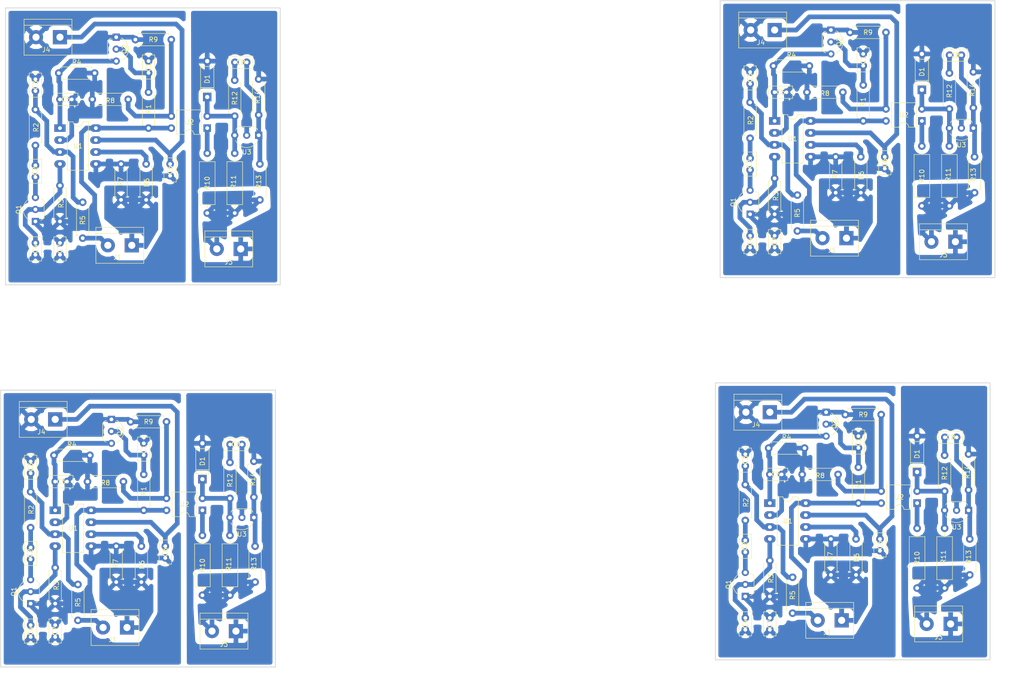
<source format=kicad_pcb>
(kicad_pcb (version 4) (host pcbnew 4.0.7)
  (layers (0 F.Cu signal) (31 B.Cu signal) (34 B.Paste user) (35 F.Paste user) (36 B.SilkS user) (37 F.SilkS user) (38 B.Mask user) (39 F.Mask user) (44 Edge.Cuts user))
  (net 0 "")
  (net 1 GNDREF)
  (net 2 "Net-(C1-Pad2)")
  (net 3 "Net-(C2-Pad1)")
  (net 4 "Net-(C2-Pad2)")
  (net 5 "Net-(C3-Pad1)")
  (net 6 "Net-(C4-Pad1)")
  (net 7 "Net-(C5-Pad1)")
  (net 8 "Net-(C5-Pad2)")
  (net 9 +12V)
  (net 10 "Net-(C7-Pad1)")
  (net 11 "Net-(C8-Pad1)")
  (net 12 "Net-(C8-Pad2)")
  (net 13 "Net-(D1-Pad1)")
  (net 14 GNDS)
  (net 15 "Net-(J1-Pad1)")
  (net 16 "Net-(J1-Pad2)")
  (net 17 +VDC)
  (net 18 "Net-(R6-Pad2)")
  (net 19 "Net-(R8-Pad1)")
  (net 20 "Net-(R10-Pad2)")
  (module TO_SOT_Packages_THT:TO-92_Inline_Wide (layer F.Cu) (at 212.598 41.402 270)
    (fp_text reference Q2 (at 2.54 -1.778 450) (layer F.SilkS))
    (fp_text value BC558)
    (pad 2 thru_hole circle (at 2.54 0) (size 1.52 1.52) (drill 0.8) (layers *.Cu *.Mask) (net 2 "Net-(C1-Pad2)"))
    (pad 3 thru_hole circle (at 5.08 0) (size 1.52 1.52) (drill 0.8) (layers *.Cu *.Mask) (net 7 "Net-(C5-Pad1)"))
    (pad 1 thru_hole rect (at 0 0) (size 1.52 1.52) (drill 0.8) (layers *.Cu *.Mask) (net 1 GNDREF))
  )
  (module TO_SOT_Packages_THT:TO-92_Inline_Wide (layer F.Cu) (at 195.453 80.518 90)
    (fp_text reference Q1 (at 2.54 -3.56 270) (layer F.SilkS))
    (fp_text value BC548)
    (pad 2 thru_hole circle (at 2.54 0 180) (size 1.52 1.52) (drill 0.8) (layers *.Cu *.Mask) (net 6 "Net-(C4-Pad1)"))
    (pad 3 thru_hole circle (at 5.08 0 180) (size 1.52 1.52) (drill 0.8) (layers *.Cu *.Mask) (net 3 "Net-(C2-Pad1)"))
    (pad 1 thru_hole rect (at 0 0 180) (size 1.52 1.52) (drill 0.8) (layers *.Cu *.Mask) (net 10 "Net-(C7-Pad1)"))
  )
  (module TO_SOT_Packages_THT:TO-92_Inline_Wide (layer F.Cu) (at 242.824 62.23 180)
    (fp_text reference U3 (at 2.54 -3.56 360) (layer F.SilkS))
    (fp_text value TL431)
    (pad 2 thru_hole circle (at 2.54 0 270) (size 1.52 1.52) (drill 0.8) (layers *.Cu *.Mask) (net 14 GNDS))
    (pad 3 thru_hole circle (at 5.08 0 270) (size 1.52 1.52) (drill 0.8) (layers *.Cu *.Mask) (net 13 "Net-(D1-Pad1)"))
    (pad 1 thru_hole rect (at 0 0 270) (size 1.52 1.52) (drill 0.8) (layers *.Cu *.Mask) (net 11 "Net-(C8-Pad1)"))
  )
  (module Housings_DIP:DIP-4_W7.62mm (layer F.Cu) (at 231.902 60.706 180)
    (fp_text reference U2 (at 3.81 1.27 180) (layer F.SilkS))
    (fp_text value PC817)
    (pad 1 thru_hole rect (at 0 0 180) (size 1.6 1.6) (drill 0.8) (layers *.Cu *.Mask) (net 20 "Net-(R10-Pad2)"))
    (pad 3 thru_hole oval (at 7.62 2.54 180) (size 1.6 1.6) (drill 0.8) (layers *.Cu *.Mask) (net 19 "Net-(R8-Pad1)"))
    (pad 2 thru_hole oval (at 0 2.54 180) (size 1.6 1.6) (drill 0.8) (layers *.Cu *.Mask) (net 13 "Net-(D1-Pad1)"))
    (pad 4 thru_hole oval (at 7.62 0 180) (size 1.6 1.6) (drill 0.8) (layers *.Cu *.Mask) (net 10 "Net-(C7-Pad1)"))
  )
  (module Housings_DIP:DIP-8_W7.62mm_LongPads (layer F.Cu) (at 200.66 60.706)
    (fp_text reference U1 (at 3.81 3.81) (layer F.SilkS))
    (fp_text value UC2844N)
    (pad 1 thru_hole rect (at 0 0) (size 2.4 1.6) (drill 0.8) (layers *.Cu *.Mask) (net 7 "Net-(C5-Pad1)"))
    (pad 5 thru_hole oval (at 7.62 7.62) (size 2.4 1.6) (drill 0.8) (layers *.Cu *.Mask) (net 1 GNDREF))
    (pad 2 thru_hole oval (at 0 2.54) (size 2.4 1.6) (drill 0.8) (layers *.Cu *.Mask) (net 8 "Net-(C5-Pad2)"))
    (pad 6 thru_hole oval (at 7.62 5.08) (size 2.4 1.6) (drill 0.8) (layers *.Cu *.Mask) (net 18 "Net-(R6-Pad2)"))
    (pad 3 thru_hole oval (at 0 5.08) (size 2.4 1.6) (drill 0.8) (layers *.Cu *.Mask) (net 5 "Net-(C3-Pad1)"))
    (pad 7 thru_hole oval (at 7.62 2.54) (size 2.4 1.6) (drill 0.8) (layers *.Cu *.Mask) (net 9 +12V))
    (pad 4 thru_hole oval (at 0 7.62) (size 2.4 1.6) (drill 0.8) (layers *.Cu *.Mask) (net 6 "Net-(C4-Pad1)"))
    (pad 8 thru_hole oval (at 7.62 0) (size 2.4 1.6) (drill 0.8) (layers *.Cu *.Mask) (net 10 "Net-(C7-Pad1)"))
  )
  (module Resistors_THT:R_Axial_DIN0207_L6.3mm_D2.5mm_P7.62mm_Horizontal (layer F.Cu) (at 242.824 57.912 90)
    (fp_text reference R14 (at 3.81 -0.254 90) (layer F.SilkS))
    (fp_text value Rfbb)
    (pad 1 thru_hole circle (at 0 0 90) (size 1.6 1.6) (drill 0.8) (layers *.Cu *.Mask) (net 11 "Net-(C8-Pad1)"))
    (pad 2 thru_hole oval (at 7.62 0 90) (size 1.6 1.6) (drill 0.8) (layers *.Cu *.Mask) (net 14 GNDS))
  )
  (module Resistors_THT:R_Axial_DIN0207_L6.3mm_D2.5mm_P7.62mm_Horizontal (layer F.Cu) (at 243.078 75.946 90)
    (fp_text reference R13 (at 3.81 -0.254 90) (layer F.SilkS))
    (fp_text value Rfbu)
    (pad 1 thru_hole circle (at 0 0 90) (size 1.6 1.6) (drill 0.8) (layers *.Cu *.Mask) (net 17 +VDC))
    (pad 2 thru_hole oval (at 7.62 0 90) (size 1.6 1.6) (drill 0.8) (layers *.Cu *.Mask) (net 11 "Net-(C8-Pad1)"))
  )
  (module Resistors_THT:R_Axial_DIN0207_L6.3mm_D2.5mm_P7.62mm_Horizontal (layer F.Cu) (at 237.744 50.546 270)
    (fp_text reference R12 (at 3.81 0 270) (layer F.SilkS))
    (fp_text value RcmpZ)
    (pad 1 thru_hole circle (at 0 0 270) (size 1.6 1.6) (drill 0.8) (layers *.Cu *.Mask) (net 12 "Net-(C8-Pad2)"))
    (pad 2 thru_hole oval (at 7.62 0 270) (size 1.6 1.6) (drill 0.8) (layers *.Cu *.Mask) (net 13 "Net-(D1-Pad1)"))
  )
  (module Resistors_THT:R_Axial_DIN0309_L9.0mm_D3.2mm_P12.70mm_Horizontal (layer F.Cu) (at 237.744 78.74 90)
    (fp_text reference R11 (at 6.604 -0.254 90) (layer F.SilkS))
    (fp_text value Rbias)
    (pad 1 thru_hole circle (at 0 0 90) (size 1.6 1.6) (drill 0.8) (layers *.Cu *.Mask) (net 17 +VDC))
    (pad 2 thru_hole oval (at 12.7 0 90) (size 1.6 1.6) (drill 0.8) (layers *.Cu *.Mask) (net 13 "Net-(D1-Pad1)"))
  )
  (module Resistors_THT:R_Axial_DIN0309_L9.0mm_D3.2mm_P12.70mm_Horizontal (layer F.Cu) (at 231.902 78.74 90)
    (fp_text reference R10 (at 6.35 0 90) (layer F.SilkS))
    (fp_text value Rled)
    (pad 1 thru_hole circle (at 0 0 90) (size 1.6 1.6) (drill 0.8) (layers *.Cu *.Mask) (net 17 +VDC))
    (pad 2 thru_hole oval (at 12.7 0 90) (size 1.6 1.6) (drill 0.8) (layers *.Cu *.Mask) (net 20 "Net-(R10-Pad2)"))
  )
  (module Resistors_THT:R_Axial_DIN0207_L6.3mm_D2.5mm_P7.62mm_Horizontal (layer F.Cu) (at 224.282 41.91 180)
    (fp_text reference R9 (at 3.81 0 180) (layer F.SilkS))
    (fp_text value Ropto)
    (pad 1 thru_hole circle (at 0 0 180) (size 1.6 1.6) (drill 0.8) (layers *.Cu *.Mask) (net 19 "Net-(R8-Pad1)"))
    (pad 2 thru_hole oval (at 7.62 0 180) (size 1.6 1.6) (drill 0.8) (layers *.Cu *.Mask) (net 1 GNDREF))
  )
  (module Resistors_THT:R_Axial_DIN0207_L6.3mm_D2.5mm_P7.62mm_Horizontal (layer F.Cu) (at 215.138 54.61 180)
    (fp_text reference R8 (at 3.81 -0.254 180) (layer F.SilkS))
    (fp_text value Rfbg)
    (pad 1 thru_hole circle (at 0 0 180) (size 1.6 1.6) (drill 0.8) (layers *.Cu *.Mask) (net 19 "Net-(R8-Pad1)"))
    (pad 2 thru_hole oval (at 7.62 0 180) (size 1.6 1.6) (drill 0.8) (layers *.Cu *.Mask) (net 8 "Net-(C5-Pad2)"))
  )
  (module Resistors_THT:R_Axial_DIN0207_L6.3mm_D2.5mm_P7.62mm_Horizontal (layer F.Cu) (at 213.614 75.946 90)
    (fp_text reference R7 (at 3.937 -0.127 90) (layer F.SilkS))
    (fp_text value Rbled)
    (pad 1 thru_hole circle (at 0 0 90) (size 1.6 1.6) (drill 0.8) (layers *.Cu *.Mask) (net 15 "Net-(J1-Pad1)"))
    (pad 2 thru_hole oval (at 7.62 0 90) (size 1.6 1.6) (drill 0.8) (layers *.Cu *.Mask) (net 1 GNDREF))
  )
  (module Resistors_THT:R_Axial_DIN0207_L6.3mm_D2.5mm_P7.62mm_Horizontal (layer F.Cu) (at 218.948 75.946 90)
    (fp_text reference R6 (at 3.683 0.127 90) (layer F.SilkS))
    (fp_text value Rg)
    (pad 1 thru_hole circle (at 0 0 90) (size 1.6 1.6) (drill 0.8) (layers *.Cu *.Mask) (net 15 "Net-(J1-Pad1)"))
    (pad 2 thru_hole oval (at 7.62 0 90) (size 1.6 1.6) (drill 0.8) (layers *.Cu *.Mask) (net 18 "Net-(R6-Pad2)"))
  )
  (module Resistors_THT:R_Axial_DIN0207_L6.3mm_D2.5mm_P7.62mm_Horizontal (layer F.Cu) (at 205.486 84.074 90)
    (fp_text reference R5 (at 3.81 0 90) (layer F.SilkS))
    (fp_text value Rcsf)
    (pad 1 thru_hole circle (at 0 0 90) (size 1.6 1.6) (drill 0.8) (layers *.Cu *.Mask) (net 16 "Net-(J1-Pad2)"))
    (pad 2 thru_hole oval (at 7.62 0 90) (size 1.6 1.6) (drill 0.8) (layers *.Cu *.Mask) (net 5 "Net-(C3-Pad1)"))
  )
  (module Resistors_THT:R_Axial_DIN0207_L6.3mm_D2.5mm_P7.62mm_Horizontal (layer F.Cu) (at 200.406 49.022)
    (fp_text reference R4 (at 3.81 -2.31) (layer F.SilkS))
    (fp_text value RcmpP)
    (pad 1 thru_hole circle (at 0 0) (size 1.6 1.6) (drill 0.8) (layers *.Cu *.Mask) (net 7 "Net-(C5-Pad1)"))
    (pad 2 thru_hole oval (at 7.62 0) (size 1.6 1.6) (drill 0.8) (layers *.Cu *.Mask) (net 8 "Net-(C5-Pad2)"))
  )
  (module Resistors_THT:R_Axial_DIN0207_L6.3mm_D2.5mm_P7.62mm_Horizontal (layer F.Cu) (at 200.66 80.518 90)
    (fp_text reference R3 (at 3.81 0.254 90) (layer F.SilkS))
    (fp_text value Rrt)
    (pad 1 thru_hole circle (at 0 0 90) (size 1.6 1.6) (drill 0.8) (layers *.Cu *.Mask) (net 10 "Net-(C7-Pad1)"))
    (pad 2 thru_hole oval (at 7.62 0 90) (size 1.6 1.6) (drill 0.8) (layers *.Cu *.Mask) (net 6 "Net-(C4-Pad1)"))
  )
  (module Resistors_THT:R_Axial_DIN0207_L6.3mm_D2.5mm_P7.62mm_Horizontal (layer F.Cu) (at 195.453 64.389 90)
    (fp_text reference R2 (at 3.81 0.127 90) (layer F.SilkS))
    (fp_text value Rramp)
    (pad 1 thru_hole circle (at 0 0 90) (size 1.6 1.6) (drill 0.8) (layers *.Cu *.Mask) (net 4 "Net-(C2-Pad2)"))
    (pad 2 thru_hole oval (at 7.62 0 90) (size 1.6 1.6) (drill 0.8) (layers *.Cu *.Mask) (net 5 "Net-(C3-Pad1)"))
  )
  (module Resistors_THT:R_Axial_DIN0207_L6.3mm_D2.5mm_P7.62mm_Horizontal (layer F.Cu) (at 219.456 53.086 270)
    (fp_text reference R1 (at 3.556 0 270) (layer F.SilkS))
    (fp_text value Rss)
    (pad 1 thru_hole circle (at 0 0 270) (size 1.6 1.6) (drill 0.8) (layers *.Cu *.Mask) (net 2 "Net-(C1-Pad2)"))
    (pad 2 thru_hole oval (at 7.62 0 270) (size 1.6 1.6) (drill 0.8) (layers *.Cu *.Mask) (net 10 "Net-(C7-Pad1)"))
  )
  (module Connectors:bornier2 (layer F.Cu) (at 200.66 41.402 180)
    (fp_text reference J4 (at 2.921 -2.667 180) (layer F.SilkS))
    (fp_text value AlimIn)
    (pad 1 thru_hole rect (at 0 0 180) (size 3 3) (drill 1.52) (layers *.Cu *.Mask) (net 9 +12V))
    (pad 2 thru_hole circle (at 5.08 0 180) (size 3 3) (drill 1.52) (layers *.Cu *.Mask) (net 1 GNDREF))
  )
  (module Connectors:bornier2 (layer F.Cu) (at 215.9 85.598 180)
    (fp_text reference J1 (at 3.048 -2.54 180) (layer F.SilkS))
    (fp_text value signals)
    (pad 1 thru_hole rect (at 0 0 180) (size 3 3) (drill 1.52) (layers *.Cu *.Mask) (net 15 "Net-(J1-Pad1)"))
    (pad 2 thru_hole circle (at 5.08 0 180) (size 3 3) (drill 1.52) (layers *.Cu *.Mask) (net 16 "Net-(J1-Pad2)"))
  )
  (module Diodes_THT:D_A-405_P7.62mm_Horizontal (layer F.Cu) (at 231.902 54.102 90)
    (fp_text reference D1 (at 3.81 0 90) (layer F.SilkS))
    (fp_text value Zener)
    (pad 1 thru_hole rect (at 0 0 90) (size 1.8 1.8) (drill 0.9) (layers *.Cu *.Mask) (net 13 "Net-(D1-Pad1)"))
    (pad 2 thru_hole oval (at 7.62 0 90) (size 1.8 1.8) (drill 0.9) (layers *.Cu *.Mask) (net 14 GNDS))
  )
  (module Capacitors_THT:C_Disc_D5.0mm_W2.5mm_P2.50mm (layer F.Cu) (at 240.284 46.736 180)
    (fp_text reference C8 (at 1.27 0 180) (layer F.SilkS))
    (fp_text value CcmpZ)
    (pad 1 thru_hole circle (at 0 0 180) (size 1.6 1.6) (drill 0.8) (layers *.Cu *.Mask) (net 11 "Net-(C8-Pad1)"))
    (pad 2 thru_hole circle (at 2.5 0 180) (size 1.6 1.6) (drill 0.8) (layers *.Cu *.Mask) (net 12 "Net-(C8-Pad2)"))
  )
  (module Capacitors_THT:C_Disc_D5.0mm_W2.5mm_P2.50mm (layer F.Cu) (at 200.66 85.09 270)
    (fp_text reference C7 (at 1.27 0 270) (layer F.SilkS))
    (fp_text value Cvref)
    (pad 1 thru_hole circle (at 0 0 270) (size 1.6 1.6) (drill 0.8) (layers *.Cu *.Mask) (net 10 "Net-(C7-Pad1)"))
    (pad 2 thru_hole circle (at 2.5 0 270) (size 1.6 1.6) (drill 0.8) (layers *.Cu *.Mask) (net 1 GNDREF))
  )
  (module Capacitors_THT:C_Disc_D5.0mm_W2.5mm_P2.50mm (layer F.Cu) (at 224.028 68.326 270)
    (fp_text reference C6 (at 1.27 0 270) (layer F.SilkS))
    (fp_text value Cvcc)
    (pad 1 thru_hole circle (at 0 0 270) (size 1.6 1.6) (drill 0.8) (layers *.Cu *.Mask) (net 9 +12V))
    (pad 2 thru_hole circle (at 2.5 0 270) (size 1.6 1.6) (drill 0.8) (layers *.Cu *.Mask) (net 1 GNDREF))
  )
  (module Capacitors_THT:C_Disc_D5.0mm_W2.5mm_P2.50mm (layer F.Cu) (at 200.66 54.61)
    (fp_text reference C5 (at 1.27 0) (layer F.SilkS))
    (fp_text value CcmpP)
    (pad 1 thru_hole circle (at 0 0) (size 1.6 1.6) (drill 0.8) (layers *.Cu *.Mask) (net 7 "Net-(C5-Pad1)"))
    (pad 2 thru_hole circle (at 2.5 0) (size 1.6 1.6) (drill 0.8) (layers *.Cu *.Mask) (net 8 "Net-(C5-Pad2)"))
  )
  (module Capacitors_THT:C_Disc_D5.0mm_W2.5mm_P2.50mm (layer F.Cu) (at 195.453 85.09 270)
    (fp_text reference C4 (at 1.27 0 270) (layer F.SilkS))
    (fp_text value Cct)
    (pad 1 thru_hole circle (at 0 0 270) (size 1.6 1.6) (drill 0.8) (layers *.Cu *.Mask) (net 6 "Net-(C4-Pad1)"))
    (pad 2 thru_hole circle (at 2.5 0 270) (size 1.6 1.6) (drill 0.8) (layers *.Cu *.Mask) (net 1 GNDREF))
  )
  (module Capacitors_THT:C_Disc_D5.0mm_W2.5mm_P2.50mm (layer F.Cu) (at 195.453 52.832 90)
    (fp_text reference C3 (at 1.27 0 90) (layer F.SilkS))
    (fp_text value Ccsf)
    (pad 1 thru_hole circle (at 0 0 90) (size 1.6 1.6) (drill 0.8) (layers *.Cu *.Mask) (net 5 "Net-(C3-Pad1)"))
    (pad 2 thru_hole circle (at 2.5 0 90) (size 1.6 1.6) (drill 0.8) (layers *.Cu *.Mask) (net 1 GNDREF))
  )
  (module Capacitors_THT:C_Disc_D5.0mm_W2.5mm_P2.50mm (layer F.Cu) (at 195.453 71.12 90)
    (fp_text reference C2 (at 1.27 -0.127 90) (layer F.SilkS))
    (fp_text value Cramp)
    (pad 1 thru_hole circle (at 0 0 90) (size 1.6 1.6) (drill 0.8) (layers *.Cu *.Mask) (net 3 "Net-(C2-Pad1)"))
    (pad 2 thru_hole circle (at 2.5 0 90) (size 1.6 1.6) (drill 0.8) (layers *.Cu *.Mask) (net 4 "Net-(C2-Pad2)"))
  )
  (module Capacitors_THT:C_Disc_D5.0mm_W2.5mm_P2.50mm (layer F.Cu) (at 219.456 46.482 270)
    (fp_text reference C1 (at 1.27 0 270) (layer F.SilkS))
    (fp_text value Css)
    (pad 1 thru_hole circle (at 0 0 270) (size 1.6 1.6) (drill 0.8) (layers *.Cu *.Mask) (net 1 GNDREF))
    (pad 2 thru_hole circle (at 2.5 0 270) (size 1.6 1.6) (drill 0.8) (layers *.Cu *.Mask) (net 2 "Net-(C1-Pad2)"))
  )
  (module Connectors:bornier2 (layer F.Cu) (at 239.014 86.36 180)
    (fp_text reference J3 (at 2.54 -2.794 180) (layer F.SilkS))
    (fp_text value AlimOut)
    (pad 1 thru_hole rect (at 0 0 180) (size 3 3) (drill 1.52) (layers *.Cu *.Mask) (net 14 GNDS))
    (pad 2 thru_hole circle (at 5.08 0 180) (size 3 3) (drill 1.52) (layers *.Cu *.Mask) (net 17 +VDC))
  )
  (module Connectors:bornier2 (layer F.Cu) (at 237.998 167.513 180)
    (fp_text reference J3 (at 2.54 -2.794 180) (layer F.SilkS))
    (fp_text value AlimOut)
    (pad 1 thru_hole rect (at 0 0 180) (size 3 3) (drill 1.52) (layers *.Cu *.Mask) (net 14 GNDS))
    (pad 2 thru_hole circle (at 5.08 0 180) (size 3 3) (drill 1.52) (layers *.Cu *.Mask) (net 17 +VDC))
  )
  (module Capacitors_THT:C_Disc_D5.0mm_W2.5mm_P2.50mm (layer F.Cu) (at 218.44 127.635 270)
    (fp_text reference C1 (at 1.27 0 270) (layer F.SilkS))
    (fp_text value Css)
    (pad 1 thru_hole circle (at 0 0 270) (size 1.6 1.6) (drill 0.8) (layers *.Cu *.Mask) (net 1 GNDREF))
    (pad 2 thru_hole circle (at 2.5 0 270) (size 1.6 1.6) (drill 0.8) (layers *.Cu *.Mask) (net 2 "Net-(C1-Pad2)"))
  )
  (module Capacitors_THT:C_Disc_D5.0mm_W2.5mm_P2.50mm (layer F.Cu) (at 194.437 152.273 90)
    (fp_text reference C2 (at 1.27 -0.127 90) (layer F.SilkS))
    (fp_text value Cramp)
    (pad 1 thru_hole circle (at 0 0 90) (size 1.6 1.6) (drill 0.8) (layers *.Cu *.Mask) (net 3 "Net-(C2-Pad1)"))
    (pad 2 thru_hole circle (at 2.5 0 90) (size 1.6 1.6) (drill 0.8) (layers *.Cu *.Mask) (net 4 "Net-(C2-Pad2)"))
  )
  (module Capacitors_THT:C_Disc_D5.0mm_W2.5mm_P2.50mm (layer F.Cu) (at 194.437 133.985 90)
    (fp_text reference C3 (at 1.27 0 90) (layer F.SilkS))
    (fp_text value Ccsf)
    (pad 1 thru_hole circle (at 0 0 90) (size 1.6 1.6) (drill 0.8) (layers *.Cu *.Mask) (net 5 "Net-(C3-Pad1)"))
    (pad 2 thru_hole circle (at 2.5 0 90) (size 1.6 1.6) (drill 0.8) (layers *.Cu *.Mask) (net 1 GNDREF))
  )
  (module Capacitors_THT:C_Disc_D5.0mm_W2.5mm_P2.50mm (layer F.Cu) (at 194.437 166.243 270)
    (fp_text reference C4 (at 1.27 0 270) (layer F.SilkS))
    (fp_text value Cct)
    (pad 1 thru_hole circle (at 0 0 270) (size 1.6 1.6) (drill 0.8) (layers *.Cu *.Mask) (net 6 "Net-(C4-Pad1)"))
    (pad 2 thru_hole circle (at 2.5 0 270) (size 1.6 1.6) (drill 0.8) (layers *.Cu *.Mask) (net 1 GNDREF))
  )
  (module Capacitors_THT:C_Disc_D5.0mm_W2.5mm_P2.50mm (layer F.Cu) (at 199.644 135.763)
    (fp_text reference C5 (at 1.27 0) (layer F.SilkS))
    (fp_text value CcmpP)
    (pad 1 thru_hole circle (at 0 0) (size 1.6 1.6) (drill 0.8) (layers *.Cu *.Mask) (net 7 "Net-(C5-Pad1)"))
    (pad 2 thru_hole circle (at 2.5 0) (size 1.6 1.6) (drill 0.8) (layers *.Cu *.Mask) (net 8 "Net-(C5-Pad2)"))
  )
  (module Capacitors_THT:C_Disc_D5.0mm_W2.5mm_P2.50mm (layer F.Cu) (at 223.012 149.479 270)
    (fp_text reference C6 (at 1.27 0 270) (layer F.SilkS))
    (fp_text value Cvcc)
    (pad 1 thru_hole circle (at 0 0 270) (size 1.6 1.6) (drill 0.8) (layers *.Cu *.Mask) (net 9 +12V))
    (pad 2 thru_hole circle (at 2.5 0 270) (size 1.6 1.6) (drill 0.8) (layers *.Cu *.Mask) (net 1 GNDREF))
  )
  (module Capacitors_THT:C_Disc_D5.0mm_W2.5mm_P2.50mm (layer F.Cu) (at 199.644 166.243 270)
    (fp_text reference C7 (at 1.27 0 270) (layer F.SilkS))
    (fp_text value Cvref)
    (pad 1 thru_hole circle (at 0 0 270) (size 1.6 1.6) (drill 0.8) (layers *.Cu *.Mask) (net 10 "Net-(C7-Pad1)"))
    (pad 2 thru_hole circle (at 2.5 0 270) (size 1.6 1.6) (drill 0.8) (layers *.Cu *.Mask) (net 1 GNDREF))
  )
  (module Capacitors_THT:C_Disc_D5.0mm_W2.5mm_P2.50mm (layer F.Cu) (at 239.268 127.889 180)
    (fp_text reference C8 (at 1.27 0 180) (layer F.SilkS))
    (fp_text value CcmpZ)
    (pad 1 thru_hole circle (at 0 0 180) (size 1.6 1.6) (drill 0.8) (layers *.Cu *.Mask) (net 11 "Net-(C8-Pad1)"))
    (pad 2 thru_hole circle (at 2.5 0 180) (size 1.6 1.6) (drill 0.8) (layers *.Cu *.Mask) (net 12 "Net-(C8-Pad2)"))
  )
  (module Diodes_THT:D_A-405_P7.62mm_Horizontal (layer F.Cu) (at 230.886 135.255 90)
    (fp_text reference D1 (at 3.81 0 90) (layer F.SilkS))
    (fp_text value Zener)
    (pad 1 thru_hole rect (at 0 0 90) (size 1.8 1.8) (drill 0.9) (layers *.Cu *.Mask) (net 13 "Net-(D1-Pad1)"))
    (pad 2 thru_hole oval (at 7.62 0 90) (size 1.8 1.8) (drill 0.9) (layers *.Cu *.Mask) (net 14 GNDS))
  )
  (module Connectors:bornier2 (layer F.Cu) (at 214.884 166.751 180)
    (fp_text reference J1 (at 3.048 -2.54 180) (layer F.SilkS))
    (fp_text value signals)
    (pad 1 thru_hole rect (at 0 0 180) (size 3 3) (drill 1.52) (layers *.Cu *.Mask) (net 15 "Net-(J1-Pad1)"))
    (pad 2 thru_hole circle (at 5.08 0 180) (size 3 3) (drill 1.52) (layers *.Cu *.Mask) (net 16 "Net-(J1-Pad2)"))
  )
  (module Connectors:bornier2 (layer F.Cu) (at 199.644 122.555 180)
    (fp_text reference J4 (at 2.921 -2.667 180) (layer F.SilkS))
    (fp_text value AlimIn)
    (pad 1 thru_hole rect (at 0 0 180) (size 3 3) (drill 1.52) (layers *.Cu *.Mask) (net 9 +12V))
    (pad 2 thru_hole circle (at 5.08 0 180) (size 3 3) (drill 1.52) (layers *.Cu *.Mask) (net 1 GNDREF))
  )
  (module Resistors_THT:R_Axial_DIN0207_L6.3mm_D2.5mm_P7.62mm_Horizontal (layer F.Cu) (at 218.44 134.239 270)
    (fp_text reference R1 (at 3.556 0 270) (layer F.SilkS))
    (fp_text value Rss)
    (pad 1 thru_hole circle (at 0 0 270) (size 1.6 1.6) (drill 0.8) (layers *.Cu *.Mask) (net 2 "Net-(C1-Pad2)"))
    (pad 2 thru_hole oval (at 7.62 0 270) (size 1.6 1.6) (drill 0.8) (layers *.Cu *.Mask) (net 10 "Net-(C7-Pad1)"))
  )
  (module Resistors_THT:R_Axial_DIN0207_L6.3mm_D2.5mm_P7.62mm_Horizontal (layer F.Cu) (at 194.437 145.542 90)
    (fp_text reference R2 (at 3.81 0.127 90) (layer F.SilkS))
    (fp_text value Rramp)
    (pad 1 thru_hole circle (at 0 0 90) (size 1.6 1.6) (drill 0.8) (layers *.Cu *.Mask) (net 4 "Net-(C2-Pad2)"))
    (pad 2 thru_hole oval (at 7.62 0 90) (size 1.6 1.6) (drill 0.8) (layers *.Cu *.Mask) (net 5 "Net-(C3-Pad1)"))
  )
  (module Resistors_THT:R_Axial_DIN0207_L6.3mm_D2.5mm_P7.62mm_Horizontal (layer F.Cu) (at 199.644 161.671 90)
    (fp_text reference R3 (at 3.81 0.254 90) (layer F.SilkS))
    (fp_text value Rrt)
    (pad 1 thru_hole circle (at 0 0 90) (size 1.6 1.6) (drill 0.8) (layers *.Cu *.Mask) (net 10 "Net-(C7-Pad1)"))
    (pad 2 thru_hole oval (at 7.62 0 90) (size 1.6 1.6) (drill 0.8) (layers *.Cu *.Mask) (net 6 "Net-(C4-Pad1)"))
  )
  (module Resistors_THT:R_Axial_DIN0207_L6.3mm_D2.5mm_P7.62mm_Horizontal (layer F.Cu) (at 199.39 130.175)
    (fp_text reference R4 (at 3.81 -2.31) (layer F.SilkS))
    (fp_text value RcmpP)
    (pad 1 thru_hole circle (at 0 0) (size 1.6 1.6) (drill 0.8) (layers *.Cu *.Mask) (net 7 "Net-(C5-Pad1)"))
    (pad 2 thru_hole oval (at 7.62 0) (size 1.6 1.6) (drill 0.8) (layers *.Cu *.Mask) (net 8 "Net-(C5-Pad2)"))
  )
  (module Resistors_THT:R_Axial_DIN0207_L6.3mm_D2.5mm_P7.62mm_Horizontal (layer F.Cu) (at 204.47 165.227 90)
    (fp_text reference R5 (at 3.81 0 90) (layer F.SilkS))
    (fp_text value Rcsf)
    (pad 1 thru_hole circle (at 0 0 90) (size 1.6 1.6) (drill 0.8) (layers *.Cu *.Mask) (net 16 "Net-(J1-Pad2)"))
    (pad 2 thru_hole oval (at 7.62 0 90) (size 1.6 1.6) (drill 0.8) (layers *.Cu *.Mask) (net 5 "Net-(C3-Pad1)"))
  )
  (module Resistors_THT:R_Axial_DIN0207_L6.3mm_D2.5mm_P7.62mm_Horizontal (layer F.Cu) (at 217.932 157.099 90)
    (fp_text reference R6 (at 3.683 0.127 90) (layer F.SilkS))
    (fp_text value Rg)
    (pad 1 thru_hole circle (at 0 0 90) (size 1.6 1.6) (drill 0.8) (layers *.Cu *.Mask) (net 15 "Net-(J1-Pad1)"))
    (pad 2 thru_hole oval (at 7.62 0 90) (size 1.6 1.6) (drill 0.8) (layers *.Cu *.Mask) (net 18 "Net-(R6-Pad2)"))
  )
  (module Resistors_THT:R_Axial_DIN0207_L6.3mm_D2.5mm_P7.62mm_Horizontal (layer F.Cu) (at 212.598 157.099 90)
    (fp_text reference R7 (at 3.937 -0.127 90) (layer F.SilkS))
    (fp_text value Rbled)
    (pad 1 thru_hole circle (at 0 0 90) (size 1.6 1.6) (drill 0.8) (layers *.Cu *.Mask) (net 15 "Net-(J1-Pad1)"))
    (pad 2 thru_hole oval (at 7.62 0 90) (size 1.6 1.6) (drill 0.8) (layers *.Cu *.Mask) (net 1 GNDREF))
  )
  (module Resistors_THT:R_Axial_DIN0207_L6.3mm_D2.5mm_P7.62mm_Horizontal (layer F.Cu) (at 214.122 135.763 180)
    (fp_text reference R8 (at 3.81 -0.254 180) (layer F.SilkS))
    (fp_text value Rfbg)
    (pad 1 thru_hole circle (at 0 0 180) (size 1.6 1.6) (drill 0.8) (layers *.Cu *.Mask) (net 19 "Net-(R8-Pad1)"))
    (pad 2 thru_hole oval (at 7.62 0 180) (size 1.6 1.6) (drill 0.8) (layers *.Cu *.Mask) (net 8 "Net-(C5-Pad2)"))
  )
  (module Resistors_THT:R_Axial_DIN0207_L6.3mm_D2.5mm_P7.62mm_Horizontal (layer F.Cu) (at 223.266 123.063 180)
    (fp_text reference R9 (at 3.81 0 180) (layer F.SilkS))
    (fp_text value Ropto)
    (pad 1 thru_hole circle (at 0 0 180) (size 1.6 1.6) (drill 0.8) (layers *.Cu *.Mask) (net 19 "Net-(R8-Pad1)"))
    (pad 2 thru_hole oval (at 7.62 0 180) (size 1.6 1.6) (drill 0.8) (layers *.Cu *.Mask) (net 1 GNDREF))
  )
  (module Resistors_THT:R_Axial_DIN0309_L9.0mm_D3.2mm_P12.70mm_Horizontal (layer F.Cu) (at 230.886 159.893 90)
    (fp_text reference R10 (at 6.35 0 90) (layer F.SilkS))
    (fp_text value Rled)
    (pad 1 thru_hole circle (at 0 0 90) (size 1.6 1.6) (drill 0.8) (layers *.Cu *.Mask) (net 17 +VDC))
    (pad 2 thru_hole oval (at 12.7 0 90) (size 1.6 1.6) (drill 0.8) (layers *.Cu *.Mask) (net 20 "Net-(R10-Pad2)"))
  )
  (module Resistors_THT:R_Axial_DIN0309_L9.0mm_D3.2mm_P12.70mm_Horizontal (layer F.Cu) (at 236.728 159.893 90)
    (fp_text reference R11 (at 6.604 -0.254 90) (layer F.SilkS))
    (fp_text value Rbias)
    (pad 1 thru_hole circle (at 0 0 90) (size 1.6 1.6) (drill 0.8) (layers *.Cu *.Mask) (net 17 +VDC))
    (pad 2 thru_hole oval (at 12.7 0 90) (size 1.6 1.6) (drill 0.8) (layers *.Cu *.Mask) (net 13 "Net-(D1-Pad1)"))
  )
  (module Resistors_THT:R_Axial_DIN0207_L6.3mm_D2.5mm_P7.62mm_Horizontal (layer F.Cu) (at 236.728 131.699 270)
    (fp_text reference R12 (at 3.81 0 270) (layer F.SilkS))
    (fp_text value RcmpZ)
    (pad 1 thru_hole circle (at 0 0 270) (size 1.6 1.6) (drill 0.8) (layers *.Cu *.Mask) (net 12 "Net-(C8-Pad2)"))
    (pad 2 thru_hole oval (at 7.62 0 270) (size 1.6 1.6) (drill 0.8) (layers *.Cu *.Mask) (net 13 "Net-(D1-Pad1)"))
  )
  (module Resistors_THT:R_Axial_DIN0207_L6.3mm_D2.5mm_P7.62mm_Horizontal (layer F.Cu) (at 242.062 157.099 90)
    (fp_text reference R13 (at 3.81 -0.254 90) (layer F.SilkS))
    (fp_text value Rfbu)
    (pad 1 thru_hole circle (at 0 0 90) (size 1.6 1.6) (drill 0.8) (layers *.Cu *.Mask) (net 17 +VDC))
    (pad 2 thru_hole oval (at 7.62 0 90) (size 1.6 1.6) (drill 0.8) (layers *.Cu *.Mask) (net 11 "Net-(C8-Pad1)"))
  )
  (module Resistors_THT:R_Axial_DIN0207_L6.3mm_D2.5mm_P7.62mm_Horizontal (layer F.Cu) (at 241.808 139.065 90)
    (fp_text reference R14 (at 3.81 -0.254 90) (layer F.SilkS))
    (fp_text value Rfbb)
    (pad 1 thru_hole circle (at 0 0 90) (size 1.6 1.6) (drill 0.8) (layers *.Cu *.Mask) (net 11 "Net-(C8-Pad1)"))
    (pad 2 thru_hole oval (at 7.62 0 90) (size 1.6 1.6) (drill 0.8) (layers *.Cu *.Mask) (net 14 GNDS))
  )
  (module Housings_DIP:DIP-8_W7.62mm_LongPads (layer F.Cu) (at 199.644 141.859)
    (fp_text reference U1 (at 3.81 3.81) (layer F.SilkS))
    (fp_text value UC2844N)
    (pad 1 thru_hole rect (at 0 0) (size 2.4 1.6) (drill 0.8) (layers *.Cu *.Mask) (net 7 "Net-(C5-Pad1)"))
    (pad 5 thru_hole oval (at 7.62 7.62) (size 2.4 1.6) (drill 0.8) (layers *.Cu *.Mask) (net 1 GNDREF))
    (pad 2 thru_hole oval (at 0 2.54) (size 2.4 1.6) (drill 0.8) (layers *.Cu *.Mask) (net 8 "Net-(C5-Pad2)"))
    (pad 6 thru_hole oval (at 7.62 5.08) (size 2.4 1.6) (drill 0.8) (layers *.Cu *.Mask) (net 18 "Net-(R6-Pad2)"))
    (pad 3 thru_hole oval (at 0 5.08) (size 2.4 1.6) (drill 0.8) (layers *.Cu *.Mask) (net 5 "Net-(C3-Pad1)"))
    (pad 7 thru_hole oval (at 7.62 2.54) (size 2.4 1.6) (drill 0.8) (layers *.Cu *.Mask) (net 9 +12V))
    (pad 4 thru_hole oval (at 0 7.62) (size 2.4 1.6) (drill 0.8) (layers *.Cu *.Mask) (net 6 "Net-(C4-Pad1)"))
    (pad 8 thru_hole oval (at 7.62 0) (size 2.4 1.6) (drill 0.8) (layers *.Cu *.Mask) (net 10 "Net-(C7-Pad1)"))
  )
  (module Housings_DIP:DIP-4_W7.62mm (layer F.Cu) (at 230.886 141.859 180)
    (fp_text reference U2 (at 3.81 1.27 180) (layer F.SilkS))
    (fp_text value PC817)
    (pad 1 thru_hole rect (at 0 0 180) (size 1.6 1.6) (drill 0.8) (layers *.Cu *.Mask) (net 20 "Net-(R10-Pad2)"))
    (pad 3 thru_hole oval (at 7.62 2.54 180) (size 1.6 1.6) (drill 0.8) (layers *.Cu *.Mask) (net 19 "Net-(R8-Pad1)"))
    (pad 2 thru_hole oval (at 0 2.54 180) (size 1.6 1.6) (drill 0.8) (layers *.Cu *.Mask) (net 13 "Net-(D1-Pad1)"))
    (pad 4 thru_hole oval (at 7.62 0 180) (size 1.6 1.6) (drill 0.8) (layers *.Cu *.Mask) (net 10 "Net-(C7-Pad1)"))
  )
  (module TO_SOT_Packages_THT:TO-92_Inline_Wide (layer F.Cu) (at 241.808 143.383 180)
    (fp_text reference U3 (at 2.54 -3.56 360) (layer F.SilkS))
    (fp_text value TL431)
    (pad 2 thru_hole circle (at 2.54 0 270) (size 1.52 1.52) (drill 0.8) (layers *.Cu *.Mask) (net 14 GNDS))
    (pad 3 thru_hole circle (at 5.08 0 270) (size 1.52 1.52) (drill 0.8) (layers *.Cu *.Mask) (net 13 "Net-(D1-Pad1)"))
    (pad 1 thru_hole rect (at 0 0 270) (size 1.52 1.52) (drill 0.8) (layers *.Cu *.Mask) (net 11 "Net-(C8-Pad1)"))
  )
  (module TO_SOT_Packages_THT:TO-92_Inline_Wide (layer F.Cu) (at 194.437 161.671 90)
    (fp_text reference Q1 (at 2.54 -3.56 270) (layer F.SilkS))
    (fp_text value BC548)
    (pad 2 thru_hole circle (at 2.54 0 180) (size 1.52 1.52) (drill 0.8) (layers *.Cu *.Mask) (net 6 "Net-(C4-Pad1)"))
    (pad 3 thru_hole circle (at 5.08 0 180) (size 1.52 1.52) (drill 0.8) (layers *.Cu *.Mask) (net 3 "Net-(C2-Pad1)"))
    (pad 1 thru_hole rect (at 0 0 180) (size 1.52 1.52) (drill 0.8) (layers *.Cu *.Mask) (net 10 "Net-(C7-Pad1)"))
  )
  (module TO_SOT_Packages_THT:TO-92_Inline_Wide (layer F.Cu) (at 211.582 122.555 270)
    (fp_text reference Q2 (at 2.54 -1.778 450) (layer F.SilkS))
    (fp_text value BC558)
    (pad 2 thru_hole circle (at 2.54 0) (size 1.52 1.52) (drill 0.8) (layers *.Cu *.Mask) (net 2 "Net-(C1-Pad2)"))
    (pad 3 thru_hole circle (at 5.08 0) (size 1.52 1.52) (drill 0.8) (layers *.Cu *.Mask) (net 7 "Net-(C5-Pad1)"))
    (pad 1 thru_hole rect (at 0 0) (size 1.52 1.52) (drill 0.8) (layers *.Cu *.Mask) (net 1 GNDREF))
  )
  (module TO_SOT_Packages_THT:TO-92_Inline_Wide (layer F.Cu) (at 59.944 124.079 270)
    (fp_text reference Q2 (at 2.54 -1.778 450) (layer F.SilkS))
    (fp_text value BC558)
    (pad 2 thru_hole circle (at 2.54 0) (size 1.52 1.52) (drill 0.8) (layers *.Cu *.Mask) (net 2 "Net-(C1-Pad2)"))
    (pad 3 thru_hole circle (at 5.08 0) (size 1.52 1.52) (drill 0.8) (layers *.Cu *.Mask) (net 7 "Net-(C5-Pad1)"))
    (pad 1 thru_hole rect (at 0 0) (size 1.52 1.52) (drill 0.8) (layers *.Cu *.Mask) (net 1 GNDREF))
  )
  (module TO_SOT_Packages_THT:TO-92_Inline_Wide (layer F.Cu) (at 42.799 163.195 90)
    (fp_text reference Q1 (at 2.54 -3.56 270) (layer F.SilkS))
    (fp_text value BC548)
    (pad 2 thru_hole circle (at 2.54 0 180) (size 1.52 1.52) (drill 0.8) (layers *.Cu *.Mask) (net 6 "Net-(C4-Pad1)"))
    (pad 3 thru_hole circle (at 5.08 0 180) (size 1.52 1.52) (drill 0.8) (layers *.Cu *.Mask) (net 3 "Net-(C2-Pad1)"))
    (pad 1 thru_hole rect (at 0 0 180) (size 1.52 1.52) (drill 0.8) (layers *.Cu *.Mask) (net 10 "Net-(C7-Pad1)"))
  )
  (module TO_SOT_Packages_THT:TO-92_Inline_Wide (layer F.Cu) (at 90.17 144.907 180)
    (fp_text reference U3 (at 2.54 -3.56 360) (layer F.SilkS))
    (fp_text value TL431)
    (pad 2 thru_hole circle (at 2.54 0 270) (size 1.52 1.52) (drill 0.8) (layers *.Cu *.Mask) (net 14 GNDS))
    (pad 3 thru_hole circle (at 5.08 0 270) (size 1.52 1.52) (drill 0.8) (layers *.Cu *.Mask) (net 13 "Net-(D1-Pad1)"))
    (pad 1 thru_hole rect (at 0 0 270) (size 1.52 1.52) (drill 0.8) (layers *.Cu *.Mask) (net 11 "Net-(C8-Pad1)"))
  )
  (module Housings_DIP:DIP-4_W7.62mm (layer F.Cu) (at 79.248 143.383 180)
    (fp_text reference U2 (at 3.81 1.27 180) (layer F.SilkS))
    (fp_text value PC817)
    (pad 1 thru_hole rect (at 0 0 180) (size 1.6 1.6) (drill 0.8) (layers *.Cu *.Mask) (net 20 "Net-(R10-Pad2)"))
    (pad 3 thru_hole oval (at 7.62 2.54 180) (size 1.6 1.6) (drill 0.8) (layers *.Cu *.Mask) (net 19 "Net-(R8-Pad1)"))
    (pad 2 thru_hole oval (at 0 2.54 180) (size 1.6 1.6) (drill 0.8) (layers *.Cu *.Mask) (net 13 "Net-(D1-Pad1)"))
    (pad 4 thru_hole oval (at 7.62 0 180) (size 1.6 1.6) (drill 0.8) (layers *.Cu *.Mask) (net 10 "Net-(C7-Pad1)"))
  )
  (module Housings_DIP:DIP-8_W7.62mm_LongPads (layer F.Cu) (at 48.006 143.383)
    (fp_text reference U1 (at 3.81 3.81) (layer F.SilkS))
    (fp_text value UC2844N)
    (pad 1 thru_hole rect (at 0 0) (size 2.4 1.6) (drill 0.8) (layers *.Cu *.Mask) (net 7 "Net-(C5-Pad1)"))
    (pad 5 thru_hole oval (at 7.62 7.62) (size 2.4 1.6) (drill 0.8) (layers *.Cu *.Mask) (net 1 GNDREF))
    (pad 2 thru_hole oval (at 0 2.54) (size 2.4 1.6) (drill 0.8) (layers *.Cu *.Mask) (net 8 "Net-(C5-Pad2)"))
    (pad 6 thru_hole oval (at 7.62 5.08) (size 2.4 1.6) (drill 0.8) (layers *.Cu *.Mask) (net 18 "Net-(R6-Pad2)"))
    (pad 3 thru_hole oval (at 0 5.08) (size 2.4 1.6) (drill 0.8) (layers *.Cu *.Mask) (net 5 "Net-(C3-Pad1)"))
    (pad 7 thru_hole oval (at 7.62 2.54) (size 2.4 1.6) (drill 0.8) (layers *.Cu *.Mask) (net 9 +12V))
    (pad 4 thru_hole oval (at 0 7.62) (size 2.4 1.6) (drill 0.8) (layers *.Cu *.Mask) (net 6 "Net-(C4-Pad1)"))
    (pad 8 thru_hole oval (at 7.62 0) (size 2.4 1.6) (drill 0.8) (layers *.Cu *.Mask) (net 10 "Net-(C7-Pad1)"))
  )
  (module Resistors_THT:R_Axial_DIN0207_L6.3mm_D2.5mm_P7.62mm_Horizontal (layer F.Cu) (at 90.17 140.589 90)
    (fp_text reference R14 (at 3.81 -0.254 90) (layer F.SilkS))
    (fp_text value Rfbb)
    (pad 1 thru_hole circle (at 0 0 90) (size 1.6 1.6) (drill 0.8) (layers *.Cu *.Mask) (net 11 "Net-(C8-Pad1)"))
    (pad 2 thru_hole oval (at 7.62 0 90) (size 1.6 1.6) (drill 0.8) (layers *.Cu *.Mask) (net 14 GNDS))
  )
  (module Resistors_THT:R_Axial_DIN0207_L6.3mm_D2.5mm_P7.62mm_Horizontal (layer F.Cu) (at 90.424 158.623 90)
    (fp_text reference R13 (at 3.81 -0.254 90) (layer F.SilkS))
    (fp_text value Rfbu)
    (pad 1 thru_hole circle (at 0 0 90) (size 1.6 1.6) (drill 0.8) (layers *.Cu *.Mask) (net 17 +VDC))
    (pad 2 thru_hole oval (at 7.62 0 90) (size 1.6 1.6) (drill 0.8) (layers *.Cu *.Mask) (net 11 "Net-(C8-Pad1)"))
  )
  (module Resistors_THT:R_Axial_DIN0207_L6.3mm_D2.5mm_P7.62mm_Horizontal (layer F.Cu) (at 85.09 133.223 270)
    (fp_text reference R12 (at 3.81 0 270) (layer F.SilkS))
    (fp_text value RcmpZ)
    (pad 1 thru_hole circle (at 0 0 270) (size 1.6 1.6) (drill 0.8) (layers *.Cu *.Mask) (net 12 "Net-(C8-Pad2)"))
    (pad 2 thru_hole oval (at 7.62 0 270) (size 1.6 1.6) (drill 0.8) (layers *.Cu *.Mask) (net 13 "Net-(D1-Pad1)"))
  )
  (module Resistors_THT:R_Axial_DIN0309_L9.0mm_D3.2mm_P12.70mm_Horizontal (layer F.Cu) (at 85.09 161.417 90)
    (fp_text reference R11 (at 6.604 -0.254 90) (layer F.SilkS))
    (fp_text value Rbias)
    (pad 1 thru_hole circle (at 0 0 90) (size 1.6 1.6) (drill 0.8) (layers *.Cu *.Mask) (net 17 +VDC))
    (pad 2 thru_hole oval (at 12.7 0 90) (size 1.6 1.6) (drill 0.8) (layers *.Cu *.Mask) (net 13 "Net-(D1-Pad1)"))
  )
  (module Resistors_THT:R_Axial_DIN0309_L9.0mm_D3.2mm_P12.70mm_Horizontal (layer F.Cu) (at 79.248 161.417 90)
    (fp_text reference R10 (at 6.35 0 90) (layer F.SilkS))
    (fp_text value Rled)
    (pad 1 thru_hole circle (at 0 0 90) (size 1.6 1.6) (drill 0.8) (layers *.Cu *.Mask) (net 17 +VDC))
    (pad 2 thru_hole oval (at 12.7 0 90) (size 1.6 1.6) (drill 0.8) (layers *.Cu *.Mask) (net 20 "Net-(R10-Pad2)"))
  )
  (module Resistors_THT:R_Axial_DIN0207_L6.3mm_D2.5mm_P7.62mm_Horizontal (layer F.Cu) (at 71.628 124.587 180)
    (fp_text reference R9 (at 3.81 0 180) (layer F.SilkS))
    (fp_text value Ropto)
    (pad 1 thru_hole circle (at 0 0 180) (size 1.6 1.6) (drill 0.8) (layers *.Cu *.Mask) (net 19 "Net-(R8-Pad1)"))
    (pad 2 thru_hole oval (at 7.62 0 180) (size 1.6 1.6) (drill 0.8) (layers *.Cu *.Mask) (net 1 GNDREF))
  )
  (module Resistors_THT:R_Axial_DIN0207_L6.3mm_D2.5mm_P7.62mm_Horizontal (layer F.Cu) (at 62.484 137.287 180)
    (fp_text reference R8 (at 3.81 -0.254 180) (layer F.SilkS))
    (fp_text value Rfbg)
    (pad 1 thru_hole circle (at 0 0 180) (size 1.6 1.6) (drill 0.8) (layers *.Cu *.Mask) (net 19 "Net-(R8-Pad1)"))
    (pad 2 thru_hole oval (at 7.62 0 180) (size 1.6 1.6) (drill 0.8) (layers *.Cu *.Mask) (net 8 "Net-(C5-Pad2)"))
  )
  (module Resistors_THT:R_Axial_DIN0207_L6.3mm_D2.5mm_P7.62mm_Horizontal (layer F.Cu) (at 60.96 158.623 90)
    (fp_text reference R7 (at 3.937 -0.127 90) (layer F.SilkS))
    (fp_text value Rbled)
    (pad 1 thru_hole circle (at 0 0 90) (size 1.6 1.6) (drill 0.8) (layers *.Cu *.Mask) (net 15 "Net-(J1-Pad1)"))
    (pad 2 thru_hole oval (at 7.62 0 90) (size 1.6 1.6) (drill 0.8) (layers *.Cu *.Mask) (net 1 GNDREF))
  )
  (module Resistors_THT:R_Axial_DIN0207_L6.3mm_D2.5mm_P7.62mm_Horizontal (layer F.Cu) (at 66.294 158.623 90)
    (fp_text reference R6 (at 3.683 0.127 90) (layer F.SilkS))
    (fp_text value Rg)
    (pad 1 thru_hole circle (at 0 0 90) (size 1.6 1.6) (drill 0.8) (layers *.Cu *.Mask) (net 15 "Net-(J1-Pad1)"))
    (pad 2 thru_hole oval (at 7.62 0 90) (size 1.6 1.6) (drill 0.8) (layers *.Cu *.Mask) (net 18 "Net-(R6-Pad2)"))
  )
  (module Resistors_THT:R_Axial_DIN0207_L6.3mm_D2.5mm_P7.62mm_Horizontal (layer F.Cu) (at 52.832 166.751 90)
    (fp_text reference R5 (at 3.81 0 90) (layer F.SilkS))
    (fp_text value Rcsf)
    (pad 1 thru_hole circle (at 0 0 90) (size 1.6 1.6) (drill 0.8) (layers *.Cu *.Mask) (net 16 "Net-(J1-Pad2)"))
    (pad 2 thru_hole oval (at 7.62 0 90) (size 1.6 1.6) (drill 0.8) (layers *.Cu *.Mask) (net 5 "Net-(C3-Pad1)"))
  )
  (module Resistors_THT:R_Axial_DIN0207_L6.3mm_D2.5mm_P7.62mm_Horizontal (layer F.Cu) (at 47.752 131.699)
    (fp_text reference R4 (at 3.81 -2.31) (layer F.SilkS))
    (fp_text value RcmpP)
    (pad 1 thru_hole circle (at 0 0) (size 1.6 1.6) (drill 0.8) (layers *.Cu *.Mask) (net 7 "Net-(C5-Pad1)"))
    (pad 2 thru_hole oval (at 7.62 0) (size 1.6 1.6) (drill 0.8) (layers *.Cu *.Mask) (net 8 "Net-(C5-Pad2)"))
  )
  (module Resistors_THT:R_Axial_DIN0207_L6.3mm_D2.5mm_P7.62mm_Horizontal (layer F.Cu) (at 48.006 163.195 90)
    (fp_text reference R3 (at 3.81 0.254 90) (layer F.SilkS))
    (fp_text value Rrt)
    (pad 1 thru_hole circle (at 0 0 90) (size 1.6 1.6) (drill 0.8) (layers *.Cu *.Mask) (net 10 "Net-(C7-Pad1)"))
    (pad 2 thru_hole oval (at 7.62 0 90) (size 1.6 1.6) (drill 0.8) (layers *.Cu *.Mask) (net 6 "Net-(C4-Pad1)"))
  )
  (module Resistors_THT:R_Axial_DIN0207_L6.3mm_D2.5mm_P7.62mm_Horizontal (layer F.Cu) (at 42.799 147.066 90)
    (fp_text reference R2 (at 3.81 0.127 90) (layer F.SilkS))
    (fp_text value Rramp)
    (pad 1 thru_hole circle (at 0 0 90) (size 1.6 1.6) (drill 0.8) (layers *.Cu *.Mask) (net 4 "Net-(C2-Pad2)"))
    (pad 2 thru_hole oval (at 7.62 0 90) (size 1.6 1.6) (drill 0.8) (layers *.Cu *.Mask) (net 5 "Net-(C3-Pad1)"))
  )
  (module Resistors_THT:R_Axial_DIN0207_L6.3mm_D2.5mm_P7.62mm_Horizontal (layer F.Cu) (at 66.802 135.763 270)
    (fp_text reference R1 (at 3.556 0 270) (layer F.SilkS))
    (fp_text value Rss)
    (pad 1 thru_hole circle (at 0 0 270) (size 1.6 1.6) (drill 0.8) (layers *.Cu *.Mask) (net 2 "Net-(C1-Pad2)"))
    (pad 2 thru_hole oval (at 7.62 0 270) (size 1.6 1.6) (drill 0.8) (layers *.Cu *.Mask) (net 10 "Net-(C7-Pad1)"))
  )
  (module Connectors:bornier2 (layer F.Cu) (at 48.006 124.079 180)
    (fp_text reference J4 (at 2.921 -2.667 180) (layer F.SilkS))
    (fp_text value AlimIn)
    (pad 1 thru_hole rect (at 0 0 180) (size 3 3) (drill 1.52) (layers *.Cu *.Mask) (net 9 +12V))
    (pad 2 thru_hole circle (at 5.08 0 180) (size 3 3) (drill 1.52) (layers *.Cu *.Mask) (net 1 GNDREF))
  )
  (module Connectors:bornier2 (layer F.Cu) (at 63.246 168.275 180)
    (fp_text reference J1 (at 3.048 -2.54 180) (layer F.SilkS))
    (fp_text value signals)
    (pad 1 thru_hole rect (at 0 0 180) (size 3 3) (drill 1.52) (layers *.Cu *.Mask) (net 15 "Net-(J1-Pad1)"))
    (pad 2 thru_hole circle (at 5.08 0 180) (size 3 3) (drill 1.52) (layers *.Cu *.Mask) (net 16 "Net-(J1-Pad2)"))
  )
  (module Diodes_THT:D_A-405_P7.62mm_Horizontal (layer F.Cu) (at 79.248 136.779 90)
    (fp_text reference D1 (at 3.81 0 90) (layer F.SilkS))
    (fp_text value Zener)
    (pad 1 thru_hole rect (at 0 0 90) (size 1.8 1.8) (drill 0.9) (layers *.Cu *.Mask) (net 13 "Net-(D1-Pad1)"))
    (pad 2 thru_hole oval (at 7.62 0 90) (size 1.8 1.8) (drill 0.9) (layers *.Cu *.Mask) (net 14 GNDS))
  )
  (module Capacitors_THT:C_Disc_D5.0mm_W2.5mm_P2.50mm (layer F.Cu) (at 87.63 129.413 180)
    (fp_text reference C8 (at 1.27 0 180) (layer F.SilkS))
    (fp_text value CcmpZ)
    (pad 1 thru_hole circle (at 0 0 180) (size 1.6 1.6) (drill 0.8) (layers *.Cu *.Mask) (net 11 "Net-(C8-Pad1)"))
    (pad 2 thru_hole circle (at 2.5 0 180) (size 1.6 1.6) (drill 0.8) (layers *.Cu *.Mask) (net 12 "Net-(C8-Pad2)"))
  )
  (module Capacitors_THT:C_Disc_D5.0mm_W2.5mm_P2.50mm (layer F.Cu) (at 48.006 167.767 270)
    (fp_text reference C7 (at 1.27 0 270) (layer F.SilkS))
    (fp_text value Cvref)
    (pad 1 thru_hole circle (at 0 0 270) (size 1.6 1.6) (drill 0.8) (layers *.Cu *.Mask) (net 10 "Net-(C7-Pad1)"))
    (pad 2 thru_hole circle (at 2.5 0 270) (size 1.6 1.6) (drill 0.8) (layers *.Cu *.Mask) (net 1 GNDREF))
  )
  (module Capacitors_THT:C_Disc_D5.0mm_W2.5mm_P2.50mm (layer F.Cu) (at 71.374 151.003 270)
    (fp_text reference C6 (at 1.27 0 270) (layer F.SilkS))
    (fp_text value Cvcc)
    (pad 1 thru_hole circle (at 0 0 270) (size 1.6 1.6) (drill 0.8) (layers *.Cu *.Mask) (net 9 +12V))
    (pad 2 thru_hole circle (at 2.5 0 270) (size 1.6 1.6) (drill 0.8) (layers *.Cu *.Mask) (net 1 GNDREF))
  )
  (module Capacitors_THT:C_Disc_D5.0mm_W2.5mm_P2.50mm (layer F.Cu) (at 48.006 137.287)
    (fp_text reference C5 (at 1.27 0) (layer F.SilkS))
    (fp_text value CcmpP)
    (pad 1 thru_hole circle (at 0 0) (size 1.6 1.6) (drill 0.8) (layers *.Cu *.Mask) (net 7 "Net-(C5-Pad1)"))
    (pad 2 thru_hole circle (at 2.5 0) (size 1.6 1.6) (drill 0.8) (layers *.Cu *.Mask) (net 8 "Net-(C5-Pad2)"))
  )
  (module Capacitors_THT:C_Disc_D5.0mm_W2.5mm_P2.50mm (layer F.Cu) (at 42.799 167.767 270)
    (fp_text reference C4 (at 1.27 0 270) (layer F.SilkS))
    (fp_text value Cct)
    (pad 1 thru_hole circle (at 0 0 270) (size 1.6 1.6) (drill 0.8) (layers *.Cu *.Mask) (net 6 "Net-(C4-Pad1)"))
    (pad 2 thru_hole circle (at 2.5 0 270) (size 1.6 1.6) (drill 0.8) (layers *.Cu *.Mask) (net 1 GNDREF))
  )
  (module Capacitors_THT:C_Disc_D5.0mm_W2.5mm_P2.50mm (layer F.Cu) (at 42.799 135.509 90)
    (fp_text reference C3 (at 1.27 0 90) (layer F.SilkS))
    (fp_text value Ccsf)
    (pad 1 thru_hole circle (at 0 0 90) (size 1.6 1.6) (drill 0.8) (layers *.Cu *.Mask) (net 5 "Net-(C3-Pad1)"))
    (pad 2 thru_hole circle (at 2.5 0 90) (size 1.6 1.6) (drill 0.8) (layers *.Cu *.Mask) (net 1 GNDREF))
  )
  (module Capacitors_THT:C_Disc_D5.0mm_W2.5mm_P2.50mm (layer F.Cu) (at 42.799 153.797 90)
    (fp_text reference C2 (at 1.27 -0.127 90) (layer F.SilkS))
    (fp_text value Cramp)
    (pad 1 thru_hole circle (at 0 0 90) (size 1.6 1.6) (drill 0.8) (layers *.Cu *.Mask) (net 3 "Net-(C2-Pad1)"))
    (pad 2 thru_hole circle (at 2.5 0 90) (size 1.6 1.6) (drill 0.8) (layers *.Cu *.Mask) (net 4 "Net-(C2-Pad2)"))
  )
  (module Capacitors_THT:C_Disc_D5.0mm_W2.5mm_P2.50mm (layer F.Cu) (at 66.802 129.159 270)
    (fp_text reference C1 (at 1.27 0 270) (layer F.SilkS))
    (fp_text value Css)
    (pad 1 thru_hole circle (at 0 0 270) (size 1.6 1.6) (drill 0.8) (layers *.Cu *.Mask) (net 1 GNDREF))
    (pad 2 thru_hole circle (at 2.5 0 270) (size 1.6 1.6) (drill 0.8) (layers *.Cu *.Mask) (net 2 "Net-(C1-Pad2)"))
  )
  (module Connectors:bornier2 (layer F.Cu) (at 86.36 169.037 180)
    (fp_text reference J3 (at 2.54 -2.794 180) (layer F.SilkS))
    (fp_text value AlimOut)
    (pad 1 thru_hole rect (at 0 0 180) (size 3 3) (drill 1.52) (layers *.Cu *.Mask) (net 14 GNDS))
    (pad 2 thru_hole circle (at 5.08 0 180) (size 3 3) (drill 1.52) (layers *.Cu *.Mask) (net 17 +VDC))
  )
  (module Connectors:bornier2 (layer F.Cu) (at 87.376 87.884 180)
    (fp_text reference J3 (at 2.54 -2.794 180) (layer F.SilkS))
    (fp_text value AlimOut)
    (pad 1 thru_hole rect (at 0 0 180) (size 3 3) (drill 1.52) (layers *.Cu *.Mask) (net 14 GNDS))
    (pad 2 thru_hole circle (at 5.08 0 180) (size 3 3) (drill 1.52) (layers *.Cu *.Mask) (net 17 +VDC))
  )
  (module Capacitors_THT:C_Disc_D5.0mm_W2.5mm_P2.50mm (layer F.Cu) (at 67.818 48.006 270)
    (fp_text reference C1 (at 1.27 0 270) (layer F.SilkS))
    (fp_text value Css)
    (pad 1 thru_hole circle (at 0 0 270) (size 1.6 1.6) (drill 0.8) (layers *.Cu *.Mask) (net 1 GNDREF))
    (pad 2 thru_hole circle (at 2.5 0 270) (size 1.6 1.6) (drill 0.8) (layers *.Cu *.Mask) (net 2 "Net-(C1-Pad2)"))
  )
  (module Capacitors_THT:C_Disc_D5.0mm_W2.5mm_P2.50mm (layer F.Cu) (at 43.815 72.644 90)
    (fp_text reference C2 (at 1.27 -0.127 90) (layer F.SilkS))
    (fp_text value Cramp)
    (pad 1 thru_hole circle (at 0 0 90) (size 1.6 1.6) (drill 0.8) (layers *.Cu *.Mask) (net 3 "Net-(C2-Pad1)"))
    (pad 2 thru_hole circle (at 2.5 0 90) (size 1.6 1.6) (drill 0.8) (layers *.Cu *.Mask) (net 4 "Net-(C2-Pad2)"))
  )
  (module Capacitors_THT:C_Disc_D5.0mm_W2.5mm_P2.50mm (layer F.Cu) (at 43.815 54.356 90)
    (fp_text reference C3 (at 1.27 0 90) (layer F.SilkS))
    (fp_text value Ccsf)
    (pad 1 thru_hole circle (at 0 0 90) (size 1.6 1.6) (drill 0.8) (layers *.Cu *.Mask) (net 5 "Net-(C3-Pad1)"))
    (pad 2 thru_hole circle (at 2.5 0 90) (size 1.6 1.6) (drill 0.8) (layers *.Cu *.Mask) (net 1 GNDREF))
  )
  (module Capacitors_THT:C_Disc_D5.0mm_W2.5mm_P2.50mm (layer F.Cu) (at 43.815 86.614 270)
    (fp_text reference C4 (at 1.27 0 270) (layer F.SilkS))
    (fp_text value Cct)
    (pad 1 thru_hole circle (at 0 0 270) (size 1.6 1.6) (drill 0.8) (layers *.Cu *.Mask) (net 6 "Net-(C4-Pad1)"))
    (pad 2 thru_hole circle (at 2.5 0 270) (size 1.6 1.6) (drill 0.8) (layers *.Cu *.Mask) (net 1 GNDREF))
  )
  (module Capacitors_THT:C_Disc_D5.0mm_W2.5mm_P2.50mm (layer F.Cu) (at 49.022 56.134)
    (fp_text reference C5 (at 1.27 0) (layer F.SilkS))
    (fp_text value CcmpP)
    (pad 1 thru_hole circle (at 0 0) (size 1.6 1.6) (drill 0.8) (layers *.Cu *.Mask) (net 7 "Net-(C5-Pad1)"))
    (pad 2 thru_hole circle (at 2.5 0) (size 1.6 1.6) (drill 0.8) (layers *.Cu *.Mask) (net 8 "Net-(C5-Pad2)"))
  )
  (module Capacitors_THT:C_Disc_D5.0mm_W2.5mm_P2.50mm (layer F.Cu) (at 72.39 69.85 270)
    (fp_text reference C6 (at 1.27 0 270) (layer F.SilkS))
    (fp_text value Cvcc)
    (pad 1 thru_hole circle (at 0 0 270) (size 1.6 1.6) (drill 0.8) (layers *.Cu *.Mask) (net 9 +12V))
    (pad 2 thru_hole circle (at 2.5 0 270) (size 1.6 1.6) (drill 0.8) (layers *.Cu *.Mask) (net 1 GNDREF))
  )
  (module Capacitors_THT:C_Disc_D5.0mm_W2.5mm_P2.50mm (layer F.Cu) (at 49.022 86.614 270)
    (fp_text reference C7 (at 1.27 0 270) (layer F.SilkS))
    (fp_text value Cvref)
    (pad 1 thru_hole circle (at 0 0 270) (size 1.6 1.6) (drill 0.8) (layers *.Cu *.Mask) (net 10 "Net-(C7-Pad1)"))
    (pad 2 thru_hole circle (at 2.5 0 270) (size 1.6 1.6) (drill 0.8) (layers *.Cu *.Mask) (net 1 GNDREF))
  )
  (module Capacitors_THT:C_Disc_D5.0mm_W2.5mm_P2.50mm (layer F.Cu) (at 88.646 48.26 180)
    (fp_text reference C8 (at 1.27 0 180) (layer F.SilkS))
    (fp_text value CcmpZ)
    (pad 1 thru_hole circle (at 0 0 180) (size 1.6 1.6) (drill 0.8) (layers *.Cu *.Mask) (net 11 "Net-(C8-Pad1)"))
    (pad 2 thru_hole circle (at 2.5 0 180) (size 1.6 1.6) (drill 0.8) (layers *.Cu *.Mask) (net 12 "Net-(C8-Pad2)"))
  )
  (module Diodes_THT:D_A-405_P7.62mm_Horizontal (layer F.Cu) (at 80.264 55.626 90)
    (fp_text reference D1 (at 3.81 0 90) (layer F.SilkS))
    (fp_text value Zener)
    (pad 1 thru_hole rect (at 0 0 90) (size 1.8 1.8) (drill 0.9) (layers *.Cu *.Mask) (net 13 "Net-(D1-Pad1)"))
    (pad 2 thru_hole oval (at 7.62 0 90) (size 1.8 1.8) (drill 0.9) (layers *.Cu *.Mask) (net 14 GNDS))
  )
  (module Connectors:bornier2 (layer F.Cu) (at 64.262 87.122 180)
    (fp_text reference J1 (at 3.048 -2.54 180) (layer F.SilkS))
    (fp_text value signals)
    (pad 1 thru_hole rect (at 0 0 180) (size 3 3) (drill 1.52) (layers *.Cu *.Mask) (net 15 "Net-(J1-Pad1)"))
    (pad 2 thru_hole circle (at 5.08 0 180) (size 3 3) (drill 1.52) (layers *.Cu *.Mask) (net 16 "Net-(J1-Pad2)"))
  )
  (module Connectors:bornier2 (layer F.Cu) (at 49.022 42.926 180)
    (fp_text reference J4 (at 2.921 -2.667 180) (layer F.SilkS))
    (fp_text value AlimIn)
    (pad 1 thru_hole rect (at 0 0 180) (size 3 3) (drill 1.52) (layers *.Cu *.Mask) (net 9 +12V))
    (pad 2 thru_hole circle (at 5.08 0 180) (size 3 3) (drill 1.52) (layers *.Cu *.Mask) (net 1 GNDREF))
  )
  (module Resistors_THT:R_Axial_DIN0207_L6.3mm_D2.5mm_P7.62mm_Horizontal (layer F.Cu) (at 67.818 54.61 270)
    (fp_text reference R1 (at 3.556 0 270) (layer F.SilkS))
    (fp_text value Rss)
    (pad 1 thru_hole circle (at 0 0 270) (size 1.6 1.6) (drill 0.8) (layers *.Cu *.Mask) (net 2 "Net-(C1-Pad2)"))
    (pad 2 thru_hole oval (at 7.62 0 270) (size 1.6 1.6) (drill 0.8) (layers *.Cu *.Mask) (net 10 "Net-(C7-Pad1)"))
  )
  (module Resistors_THT:R_Axial_DIN0207_L6.3mm_D2.5mm_P7.62mm_Horizontal (layer F.Cu) (at 43.815 65.913 90)
    (fp_text reference R2 (at 3.81 0.127 90) (layer F.SilkS))
    (fp_text value Rramp)
    (pad 1 thru_hole circle (at 0 0 90) (size 1.6 1.6) (drill 0.8) (layers *.Cu *.Mask) (net 4 "Net-(C2-Pad2)"))
    (pad 2 thru_hole oval (at 7.62 0 90) (size 1.6 1.6) (drill 0.8) (layers *.Cu *.Mask) (net 5 "Net-(C3-Pad1)"))
  )
  (module Resistors_THT:R_Axial_DIN0207_L6.3mm_D2.5mm_P7.62mm_Horizontal (layer F.Cu) (at 49.022 82.042 90)
    (fp_text reference R3 (at 3.81 0.254 90) (layer F.SilkS))
    (fp_text value Rrt)
    (pad 1 thru_hole circle (at 0 0 90) (size 1.6 1.6) (drill 0.8) (layers *.Cu *.Mask) (net 10 "Net-(C7-Pad1)"))
    (pad 2 thru_hole oval (at 7.62 0 90) (size 1.6 1.6) (drill 0.8) (layers *.Cu *.Mask) (net 6 "Net-(C4-Pad1)"))
  )
  (module Resistors_THT:R_Axial_DIN0207_L6.3mm_D2.5mm_P7.62mm_Horizontal (layer F.Cu) (at 48.768 50.546)
    (fp_text reference R4 (at 3.81 -2.31) (layer F.SilkS))
    (fp_text value RcmpP)
    (pad 1 thru_hole circle (at 0 0) (size 1.6 1.6) (drill 0.8) (layers *.Cu *.Mask) (net 7 "Net-(C5-Pad1)"))
    (pad 2 thru_hole oval (at 7.62 0) (size 1.6 1.6) (drill 0.8) (layers *.Cu *.Mask) (net 8 "Net-(C5-Pad2)"))
  )
  (module Resistors_THT:R_Axial_DIN0207_L6.3mm_D2.5mm_P7.62mm_Horizontal (layer F.Cu) (at 53.848 85.598 90)
    (fp_text reference R5 (at 3.81 0 90) (layer F.SilkS))
    (fp_text value Rcsf)
    (pad 1 thru_hole circle (at 0 0 90) (size 1.6 1.6) (drill 0.8) (layers *.Cu *.Mask) (net 16 "Net-(J1-Pad2)"))
    (pad 2 thru_hole oval (at 7.62 0 90) (size 1.6 1.6) (drill 0.8) (layers *.Cu *.Mask) (net 5 "Net-(C3-Pad1)"))
  )
  (module Resistors_THT:R_Axial_DIN0207_L6.3mm_D2.5mm_P7.62mm_Horizontal (layer F.Cu) (at 67.31 77.47 90)
    (fp_text reference R6 (at 3.683 0.127 90) (layer F.SilkS))
    (fp_text value Rg)
    (pad 1 thru_hole circle (at 0 0 90) (size 1.6 1.6) (drill 0.8) (layers *.Cu *.Mask) (net 15 "Net-(J1-Pad1)"))
    (pad 2 thru_hole oval (at 7.62 0 90) (size 1.6 1.6) (drill 0.8) (layers *.Cu *.Mask) (net 18 "Net-(R6-Pad2)"))
  )
  (module Resistors_THT:R_Axial_DIN0207_L6.3mm_D2.5mm_P7.62mm_Horizontal (layer F.Cu) (at 61.976 77.47 90)
    (fp_text reference R7 (at 3.937 -0.127 90) (layer F.SilkS))
    (fp_text value Rbled)
    (pad 1 thru_hole circle (at 0 0 90) (size 1.6 1.6) (drill 0.8) (layers *.Cu *.Mask) (net 15 "Net-(J1-Pad1)"))
    (pad 2 thru_hole oval (at 7.62 0 90) (size 1.6 1.6) (drill 0.8) (layers *.Cu *.Mask) (net 1 GNDREF))
  )
  (module Resistors_THT:R_Axial_DIN0207_L6.3mm_D2.5mm_P7.62mm_Horizontal (layer F.Cu) (at 63.5 56.134 180)
    (fp_text reference R8 (at 3.81 -0.254 180) (layer F.SilkS))
    (fp_text value Rfbg)
    (pad 1 thru_hole circle (at 0 0 180) (size 1.6 1.6) (drill 0.8) (layers *.Cu *.Mask) (net 19 "Net-(R8-Pad1)"))
    (pad 2 thru_hole oval (at 7.62 0 180) (size 1.6 1.6) (drill 0.8) (layers *.Cu *.Mask) (net 8 "Net-(C5-Pad2)"))
  )
  (module Resistors_THT:R_Axial_DIN0207_L6.3mm_D2.5mm_P7.62mm_Horizontal (layer F.Cu) (at 72.644 43.434 180)
    (fp_text reference R9 (at 3.81 0 180) (layer F.SilkS))
    (fp_text value Ropto)
    (pad 1 thru_hole circle (at 0 0 180) (size 1.6 1.6) (drill 0.8) (layers *.Cu *.Mask) (net 19 "Net-(R8-Pad1)"))
    (pad 2 thru_hole oval (at 7.62 0 180) (size 1.6 1.6) (drill 0.8) (layers *.Cu *.Mask) (net 1 GNDREF))
  )
  (module Resistors_THT:R_Axial_DIN0309_L9.0mm_D3.2mm_P12.70mm_Horizontal (layer F.Cu) (at 80.264 80.264 90)
    (fp_text reference R10 (at 6.35 0 90) (layer F.SilkS))
    (fp_text value Rled)
    (pad 1 thru_hole circle (at 0 0 90) (size 1.6 1.6) (drill 0.8) (layers *.Cu *.Mask) (net 17 +VDC))
    (pad 2 thru_hole oval (at 12.7 0 90) (size 1.6 1.6) (drill 0.8) (layers *.Cu *.Mask) (net 20 "Net-(R10-Pad2)"))
  )
  (module Resistors_THT:R_Axial_DIN0309_L9.0mm_D3.2mm_P12.70mm_Horizontal (layer F.Cu) (at 86.106 80.264 90)
    (fp_text reference R11 (at 6.604 -0.254 90) (layer F.SilkS))
    (fp_text value Rbias)
    (pad 1 thru_hole circle (at 0 0 90) (size 1.6 1.6) (drill 0.8) (layers *.Cu *.Mask) (net 17 +VDC))
    (pad 2 thru_hole oval (at 12.7 0 90) (size 1.6 1.6) (drill 0.8) (layers *.Cu *.Mask) (net 13 "Net-(D1-Pad1)"))
  )
  (module Resistors_THT:R_Axial_DIN0207_L6.3mm_D2.5mm_P7.62mm_Horizontal (layer F.Cu) (at 86.106 52.07 270)
    (fp_text reference R12 (at 3.81 0 270) (layer F.SilkS))
    (fp_text value RcmpZ)
    (pad 1 thru_hole circle (at 0 0 270) (size 1.6 1.6) (drill 0.8) (layers *.Cu *.Mask) (net 12 "Net-(C8-Pad2)"))
    (pad 2 thru_hole oval (at 7.62 0 270) (size 1.6 1.6) (drill 0.8) (layers *.Cu *.Mask) (net 13 "Net-(D1-Pad1)"))
  )
  (module Resistors_THT:R_Axial_DIN0207_L6.3mm_D2.5mm_P7.62mm_Horizontal (layer F.Cu) (at 91.44 77.47 90)
    (fp_text reference R13 (at 3.81 -0.254 90) (layer F.SilkS))
    (fp_text value Rfbu)
    (pad 1 thru_hole circle (at 0 0 90) (size 1.6 1.6) (drill 0.8) (layers *.Cu *.Mask) (net 17 +VDC))
    (pad 2 thru_hole oval (at 7.62 0 90) (size 1.6 1.6) (drill 0.8) (layers *.Cu *.Mask) (net 11 "Net-(C8-Pad1)"))
  )
  (module Resistors_THT:R_Axial_DIN0207_L6.3mm_D2.5mm_P7.62mm_Horizontal (layer F.Cu) (at 91.186 59.436 90)
    (fp_text reference R14 (at 3.81 -0.254 90) (layer F.SilkS))
    (fp_text value Rfbb)
    (pad 1 thru_hole circle (at 0 0 90) (size 1.6 1.6) (drill 0.8) (layers *.Cu *.Mask) (net 11 "Net-(C8-Pad1)"))
    (pad 2 thru_hole oval (at 7.62 0 90) (size 1.6 1.6) (drill 0.8) (layers *.Cu *.Mask) (net 14 GNDS))
  )
  (module Housings_DIP:DIP-8_W7.62mm_LongPads (layer F.Cu) (at 49.022 62.23)
    (fp_text reference U1 (at 3.81 3.81) (layer F.SilkS))
    (fp_text value UC2844N)
    (pad 1 thru_hole rect (at 0 0) (size 2.4 1.6) (drill 0.8) (layers *.Cu *.Mask) (net 7 "Net-(C5-Pad1)"))
    (pad 5 thru_hole oval (at 7.62 7.62) (size 2.4 1.6) (drill 0.8) (layers *.Cu *.Mask) (net 1 GNDREF))
    (pad 2 thru_hole oval (at 0 2.54) (size 2.4 1.6) (drill 0.8) (layers *.Cu *.Mask) (net 8 "Net-(C5-Pad2)"))
    (pad 6 thru_hole oval (at 7.62 5.08) (size 2.4 1.6) (drill 0.8) (layers *.Cu *.Mask) (net 18 "Net-(R6-Pad2)"))
    (pad 3 thru_hole oval (at 0 5.08) (size 2.4 1.6) (drill 0.8) (layers *.Cu *.Mask) (net 5 "Net-(C3-Pad1)"))
    (pad 7 thru_hole oval (at 7.62 2.54) (size 2.4 1.6) (drill 0.8) (layers *.Cu *.Mask) (net 9 +12V))
    (pad 4 thru_hole oval (at 0 7.62) (size 2.4 1.6) (drill 0.8) (layers *.Cu *.Mask) (net 6 "Net-(C4-Pad1)"))
    (pad 8 thru_hole oval (at 7.62 0) (size 2.4 1.6) (drill 0.8) (layers *.Cu *.Mask) (net 10 "Net-(C7-Pad1)"))
  )
  (module Housings_DIP:DIP-4_W7.62mm (layer F.Cu) (at 80.264 62.23 180)
    (fp_text reference U2 (at 3.81 1.27 180) (layer F.SilkS))
    (fp_text value PC817)
    (pad 1 thru_hole rect (at 0 0 180) (size 1.6 1.6) (drill 0.8) (layers *.Cu *.Mask) (net 20 "Net-(R10-Pad2)"))
    (pad 3 thru_hole oval (at 7.62 2.54 180) (size 1.6 1.6) (drill 0.8) (layers *.Cu *.Mask) (net 19 "Net-(R8-Pad1)"))
    (pad 2 thru_hole oval (at 0 2.54 180) (size 1.6 1.6) (drill 0.8) (layers *.Cu *.Mask) (net 13 "Net-(D1-Pad1)"))
    (pad 4 thru_hole oval (at 7.62 0 180) (size 1.6 1.6) (drill 0.8) (layers *.Cu *.Mask) (net 10 "Net-(C7-Pad1)"))
  )
  (module TO_SOT_Packages_THT:TO-92_Inline_Wide (layer F.Cu) (at 91.186 63.754 180)
    (fp_text reference U3 (at 2.54 -3.56 360) (layer F.SilkS))
    (fp_text value TL431)
    (pad 2 thru_hole circle (at 2.54 0 270) (size 1.52 1.52) (drill 0.8) (layers *.Cu *.Mask) (net 14 GNDS))
    (pad 3 thru_hole circle (at 5.08 0 270) (size 1.52 1.52) (drill 0.8) (layers *.Cu *.Mask) (net 13 "Net-(D1-Pad1)"))
    (pad 1 thru_hole rect (at 0 0 270) (size 1.52 1.52) (drill 0.8) (layers *.Cu *.Mask) (net 11 "Net-(C8-Pad1)"))
  )
  (module TO_SOT_Packages_THT:TO-92_Inline_Wide (layer F.Cu) (at 43.815 82.042 90)
    (fp_text reference Q1 (at 2.54 -3.56 270) (layer F.SilkS))
    (fp_text value BC548)
    (pad 2 thru_hole circle (at 2.54 0 180) (size 1.52 1.52) (drill 0.8) (layers *.Cu *.Mask) (net 6 "Net-(C4-Pad1)"))
    (pad 3 thru_hole circle (at 5.08 0 180) (size 1.52 1.52) (drill 0.8) (layers *.Cu *.Mask) (net 3 "Net-(C2-Pad1)"))
    (pad 1 thru_hole rect (at 0 0 180) (size 1.52 1.52) (drill 0.8) (layers *.Cu *.Mask) (net 10 "Net-(C7-Pad1)"))
  )
  (module TO_SOT_Packages_THT:TO-92_Inline_Wide (layer F.Cu) (at 60.96 42.926 270)
    (fp_text reference Q2 (at 2.54 -1.778 450) (layer F.SilkS))
    (fp_text value BC558)
    (pad 2 thru_hole circle (at 2.54 0) (size 1.52 1.52) (drill 0.8) (layers *.Cu *.Mask) (net 2 "Net-(C1-Pad2)"))
    (pad 3 thru_hole circle (at 5.08 0) (size 1.52 1.52) (drill 0.8) (layers *.Cu *.Mask) (net 7 "Net-(C5-Pad1)"))
    (pad 1 thru_hole rect (at 0 0) (size 1.52 1.52) (drill 0.8) (layers *.Cu *.Mask) (net 1 GNDREF))
  )
  (gr_line (start 247.396 35.179) (end 247.396 93.98) (angle 90) (layer Edge.Cuts) (width 0.15))
  (gr_line (start 247.396 93.98) (end 189.103 93.98) (angle 90) (layer Edge.Cuts) (width 0.15))
  (gr_line (start 189.103 93.98) (end 189.103 35.179) (angle 90) (layer Edge.Cuts) (width 0.15))
  (gr_line (start 189.103 35.179) (end 247.396 35.179) (angle 90) (layer Edge.Cuts) (width 0.15))
  (gr_line (start 188.087 116.332) (end 246.38 116.332) (angle 90) (layer Edge.Cuts) (width 0.15))
  (gr_line (start 188.087 175.133) (end 188.087 116.332) (angle 90) (layer Edge.Cuts) (width 0.15))
  (gr_line (start 246.38 175.133) (end 188.087 175.133) (angle 90) (layer Edge.Cuts) (width 0.15))
  (gr_line (start 246.38 116.332) (end 246.38 175.133) (angle 90) (layer Edge.Cuts) (width 0.15))
  (gr_line (start 94.742 117.856) (end 94.742 176.657) (angle 90) (layer Edge.Cuts) (width 0.15))
  (gr_line (start 94.742 176.657) (end 36.449 176.657) (angle 90) (layer Edge.Cuts) (width 0.15))
  (gr_line (start 36.449 176.657) (end 36.449 117.856) (angle 90) (layer Edge.Cuts) (width 0.15))
  (gr_line (start 36.449 117.856) (end 94.742 117.856) (angle 90) (layer Edge.Cuts) (width 0.15))
  (gr_line (start 37.465 36.703) (end 95.758 36.703) (angle 90) (layer Edge.Cuts) (width 0.15))
  (gr_line (start 37.465 95.504) (end 37.465 36.703) (angle 90) (layer Edge.Cuts) (width 0.15))
  (gr_line (start 95.758 95.504) (end 37.465 95.504) (angle 90) (layer Edge.Cuts) (width 0.15))
  (gr_line (start 95.758 36.703) (end 95.758 95.504) (angle 90) (layer Edge.Cuts) (width 0.15))
  (segment (start 216.154 41.402) (end 216.662 41.91) (width 1) (layer B.Cu) (net 1))
  (segment (start 195.58 50.205) (end 195.453 50.332) (width 1) (layer B.Cu) (net 1))
  (segment (start 216.662 41.91) (end 217.17 41.91) (width 1) (layer B.Cu) (net 1))
  (segment (start 216.154 41.402) (end 216.662 41.91) (width 1) (layer B.Cu) (net 1))
  (segment (start 212.598 41.402) (end 216.154 41.402) (width 1) (layer B.Cu) (net 1))
  (segment (start 221.655 70.826) (end 221.615 70.866) (width 1) (layer B.Cu) (net 1))
  (segment (start 224.028 70.826) (end 221.655 70.826) (width 1) (layer B.Cu) (net 1))
  (segment (start 223.012 151.979) (end 220.639 151.979) (width 1) (layer B.Cu) (net 1))
  (segment (start 220.639 151.979) (end 220.599 152.019) (width 1) (layer B.Cu) (net 1))
  (segment (start 211.582 122.555) (end 215.138 122.555) (width 1) (layer B.Cu) (net 1))
  (segment (start 215.138 122.555) (end 215.646 123.063) (width 1) (layer B.Cu) (net 1))
  (segment (start 215.646 123.063) (end 216.154 123.063) (width 1) (layer B.Cu) (net 1))
  (segment (start 194.564 131.358) (end 194.437 131.485) (width 1) (layer B.Cu) (net 1))
  (segment (start 215.138 122.555) (end 215.646 123.063) (width 1) (layer B.Cu) (net 1))
  (segment (start 63.5 124.079) (end 64.008 124.587) (width 1) (layer B.Cu) (net 1))
  (segment (start 42.926 132.882) (end 42.799 133.009) (width 1) (layer B.Cu) (net 1))
  (segment (start 64.008 124.587) (end 64.516 124.587) (width 1) (layer B.Cu) (net 1))
  (segment (start 63.5 124.079) (end 64.008 124.587) (width 1) (layer B.Cu) (net 1))
  (segment (start 59.944 124.079) (end 63.5 124.079) (width 1) (layer B.Cu) (net 1))
  (segment (start 69.001 153.503) (end 68.961 153.543) (width 1) (layer B.Cu) (net 1))
  (segment (start 71.374 153.503) (end 69.001 153.503) (width 1) (layer B.Cu) (net 1))
  (segment (start 72.39 72.35) (end 70.017 72.35) (width 1) (layer B.Cu) (net 1))
  (segment (start 70.017 72.35) (end 69.977 72.39) (width 1) (layer B.Cu) (net 1))
  (segment (start 60.96 42.926) (end 64.516 42.926) (width 1) (layer B.Cu) (net 1))
  (segment (start 64.516 42.926) (end 65.024 43.434) (width 1) (layer B.Cu) (net 1))
  (segment (start 65.024 43.434) (end 65.532 43.434) (width 1) (layer B.Cu) (net 1))
  (segment (start 43.942 51.729) (end 43.815 51.856) (width 1) (layer B.Cu) (net 1))
  (segment (start 64.516 42.926) (end 65.024 43.434) (width 1) (layer B.Cu) (net 1))
  (segment (start 213.868 43.942) (end 215.646 45.72) (width 1) (layer B.Cu) (net 2))
  (segment (start 215.646 45.72) (end 215.646 48.006) (width 1) (layer B.Cu) (net 2))
  (segment (start 215.646 48.006) (end 216.622 48.982) (width 1) (layer B.Cu) (net 2))
  (segment (start 216.622 48.982) (end 219.456 48.982) (width 1) (layer B.Cu) (net 2))
  (segment (start 212.598 43.942) (end 213.868 43.942) (width 1) (layer B.Cu) (net 2))
  (segment (start 219.456 48.982) (end 219.456 53.086) (width 1) (layer B.Cu) (net 2))
  (segment (start 218.44 130.135) (end 218.44 134.239) (width 1) (layer B.Cu) (net 2))
  (segment (start 211.582 125.095) (end 212.852 125.095) (width 1) (layer B.Cu) (net 2))
  (segment (start 215.606 130.135) (end 218.44 130.135) (width 1) (layer B.Cu) (net 2))
  (segment (start 214.63 129.159) (end 215.606 130.135) (width 1) (layer B.Cu) (net 2))
  (segment (start 214.63 126.873) (end 214.63 129.159) (width 1) (layer B.Cu) (net 2))
  (segment (start 212.852 125.095) (end 214.63 126.873) (width 1) (layer B.Cu) (net 2))
  (segment (start 61.214 126.619) (end 62.992 128.397) (width 1) (layer B.Cu) (net 2))
  (segment (start 62.992 128.397) (end 62.992 130.683) (width 1) (layer B.Cu) (net 2))
  (segment (start 62.992 130.683) (end 63.968 131.659) (width 1) (layer B.Cu) (net 2))
  (segment (start 63.968 131.659) (end 66.802 131.659) (width 1) (layer B.Cu) (net 2))
  (segment (start 59.944 126.619) (end 61.214 126.619) (width 1) (layer B.Cu) (net 2))
  (segment (start 66.802 131.659) (end 66.802 135.763) (width 1) (layer B.Cu) (net 2))
  (segment (start 67.818 50.506) (end 67.818 54.61) (width 1) (layer B.Cu) (net 2))
  (segment (start 60.96 45.466) (end 62.23 45.466) (width 1) (layer B.Cu) (net 2))
  (segment (start 64.984 50.506) (end 67.818 50.506) (width 1) (layer B.Cu) (net 2))
  (segment (start 64.008 49.53) (end 64.984 50.506) (width 1) (layer B.Cu) (net 2))
  (segment (start 64.008 47.244) (end 64.008 49.53) (width 1) (layer B.Cu) (net 2))
  (segment (start 62.23 45.466) (end 64.008 47.244) (width 1) (layer B.Cu) (net 2))
  (segment (start 195.453 71.12) (end 195.453 75.438) (width 1) (layer B.Cu) (net 3))
  (segment (start 194.437 152.273) (end 194.437 156.591) (width 1) (layer B.Cu) (net 3))
  (segment (start 42.799 153.797) (end 42.799 158.115) (width 1) (layer B.Cu) (net 3))
  (segment (start 43.815 72.644) (end 43.815 76.962) (width 1) (layer B.Cu) (net 3))
  (segment (start 195.453 64.389) (end 195.453 68.62) (width 1) (layer B.Cu) (net 4))
  (segment (start 194.437 145.542) (end 194.437 149.773) (width 1) (layer B.Cu) (net 4))
  (segment (start 42.799 147.066) (end 42.799 151.297) (width 1) (layer B.Cu) (net 4))
  (segment (start 43.815 65.913) (end 43.815 70.144) (width 1) (layer B.Cu) (net 4))
  (segment (start 195.453 52.832) (end 195.453 56.769) (width 1) (layer B.Cu) (net 5))
  (segment (start 199.39 65.786) (end 197.866 64.262) (width 1) (layer B.Cu) (net 5))
  (segment (start 197.866 64.262) (end 197.866 59.182) (width 1) (layer B.Cu) (net 5))
  (segment (start 197.866 59.182) (end 195.453 56.769) (width 1) (layer B.Cu) (net 5))
  (segment (start 200.66 65.786) (end 199.39 65.786) (width 1) (layer B.Cu) (net 5))
  (segment (start 202.438 65.786) (end 203.454 66.802) (width 1) (layer B.Cu) (net 5))
  (segment (start 203.454 66.802) (end 203.454 75.438) (width 1) (layer B.Cu) (net 5))
  (segment (start 203.454 75.438) (end 204.47 76.454) (width 1) (layer B.Cu) (net 5))
  (segment (start 204.47 76.454) (end 205.486 76.454) (width 1) (layer B.Cu) (net 5))
  (segment (start 200.66 65.786) (end 202.438 65.786) (width 1) (layer B.Cu) (net 5))
  (segment (start 199.644 146.939) (end 201.422 146.939) (width 1) (layer B.Cu) (net 5))
  (segment (start 203.454 157.607) (end 204.47 157.607) (width 1) (layer B.Cu) (net 5))
  (segment (start 202.438 156.591) (end 203.454 157.607) (width 1) (layer B.Cu) (net 5))
  (segment (start 202.438 147.955) (end 202.438 156.591) (width 1) (layer B.Cu) (net 5))
  (segment (start 201.422 146.939) (end 202.438 147.955) (width 1) (layer B.Cu) (net 5))
  (segment (start 199.644 146.939) (end 198.374 146.939) (width 1) (layer B.Cu) (net 5))
  (segment (start 196.85 140.335) (end 194.437 137.922) (width 1) (layer B.Cu) (net 5))
  (segment (start 196.85 145.415) (end 196.85 140.335) (width 1) (layer B.Cu) (net 5))
  (segment (start 198.374 146.939) (end 196.85 145.415) (width 1) (layer B.Cu) (net 5))
  (segment (start 194.437 133.985) (end 194.437 137.922) (width 1) (layer B.Cu) (net 5))
  (segment (start 42.799 135.509) (end 42.799 139.446) (width 1) (layer B.Cu) (net 5))
  (segment (start 46.736 148.463) (end 45.212 146.939) (width 1) (layer B.Cu) (net 5))
  (segment (start 45.212 146.939) (end 45.212 141.859) (width 1) (layer B.Cu) (net 5))
  (segment (start 45.212 141.859) (end 42.799 139.446) (width 1) (layer B.Cu) (net 5))
  (segment (start 48.006 148.463) (end 46.736 148.463) (width 1) (layer B.Cu) (net 5))
  (segment (start 49.784 148.463) (end 50.8 149.479) (width 1) (layer B.Cu) (net 5))
  (segment (start 50.8 149.479) (end 50.8 158.115) (width 1) (layer B.Cu) (net 5))
  (segment (start 50.8 158.115) (end 51.816 159.131) (width 1) (layer B.Cu) (net 5))
  (segment (start 51.816 159.131) (end 52.832 159.131) (width 1) (layer B.Cu) (net 5))
  (segment (start 48.006 148.463) (end 49.784 148.463) (width 1) (layer B.Cu) (net 5))
  (segment (start 49.022 67.31) (end 50.8 67.31) (width 1) (layer B.Cu) (net 5))
  (segment (start 52.832 77.978) (end 53.848 77.978) (width 1) (layer B.Cu) (net 5))
  (segment (start 51.816 76.962) (end 52.832 77.978) (width 1) (layer B.Cu) (net 5))
  (segment (start 51.816 68.326) (end 51.816 76.962) (width 1) (layer B.Cu) (net 5))
  (segment (start 50.8 67.31) (end 51.816 68.326) (width 1) (layer B.Cu) (net 5))
  (segment (start 49.022 67.31) (end 47.752 67.31) (width 1) (layer B.Cu) (net 5))
  (segment (start 46.228 60.706) (end 43.815 58.293) (width 1) (layer B.Cu) (net 5))
  (segment (start 46.228 65.786) (end 46.228 60.706) (width 1) (layer B.Cu) (net 5))
  (segment (start 47.752 67.31) (end 46.228 65.786) (width 1) (layer B.Cu) (net 5))
  (segment (start 43.815 54.356) (end 43.815 58.293) (width 1) (layer B.Cu) (net 5))
  (segment (start 194.056 77.978) (end 193.294 78.74) (width 1) (layer B.Cu) (net 6))
  (segment (start 193.294 78.74) (end 193.294 81.28) (width 1) (layer B.Cu) (net 6))
  (segment (start 193.294 81.28) (end 195.453 83.439) (width 1) (layer B.Cu) (net 6))
  (segment (start 195.453 83.439) (end 195.453 85.09) (width 1) (layer B.Cu) (net 6))
  (segment (start 195.453 77.978) (end 194.056 77.978) (width 1) (layer B.Cu) (net 6))
  (segment (start 200.66 74.422) (end 197.104 77.978) (width 1) (layer B.Cu) (net 6))
  (segment (start 197.104 77.978) (end 195.453 77.978) (width 1) (layer B.Cu) (net 6))
  (segment (start 200.66 72.898) (end 200.66 74.422) (width 1) (layer B.Cu) (net 6))
  (segment (start 200.66 68.326) (end 200.66 72.898) (width 1) (layer B.Cu) (net 6))
  (segment (start 199.644 149.479) (end 199.644 154.051) (width 1) (layer B.Cu) (net 6))
  (segment (start 199.644 154.051) (end 199.644 155.575) (width 1) (layer B.Cu) (net 6))
  (segment (start 196.088 159.131) (end 194.437 159.131) (width 1) (layer B.Cu) (net 6))
  (segment (start 199.644 155.575) (end 196.088 159.131) (width 1) (layer B.Cu) (net 6))
  (segment (start 194.437 159.131) (end 193.04 159.131) (width 1) (layer B.Cu) (net 6))
  (segment (start 194.437 164.592) (end 194.437 166.243) (width 1) (layer B.Cu) (net 6))
  (segment (start 192.278 162.433) (end 194.437 164.592) (width 1) (layer B.Cu) (net 6))
  (segment (start 192.278 159.893) (end 192.278 162.433) (width 1) (layer B.Cu) (net 6))
  (segment (start 193.04 159.131) (end 192.278 159.893) (width 1) (layer B.Cu) (net 6))
  (segment (start 41.402 160.655) (end 40.64 161.417) (width 1) (layer B.Cu) (net 6))
  (segment (start 40.64 161.417) (end 40.64 163.957) (width 1) (layer B.Cu) (net 6))
  (segment (start 40.64 163.957) (end 42.799 166.116) (width 1) (layer B.Cu) (net 6))
  (segment (start 42.799 166.116) (end 42.799 167.767) (width 1) (layer B.Cu) (net 6))
  (segment (start 42.799 160.655) (end 41.402 160.655) (width 1) (layer B.Cu) (net 6))
  (segment (start 48.006 157.099) (end 44.45 160.655) (width 1) (layer B.Cu) (net 6))
  (segment (start 44.45 160.655) (end 42.799 160.655) (width 1) (layer B.Cu) (net 6))
  (segment (start 48.006 155.575) (end 48.006 157.099) (width 1) (layer B.Cu) (net 6))
  (segment (start 48.006 151.003) (end 48.006 155.575) (width 1) (layer B.Cu) (net 6))
  (segment (start 49.022 69.85) (end 49.022 74.422) (width 1) (layer B.Cu) (net 6))
  (segment (start 49.022 74.422) (end 49.022 75.946) (width 1) (layer B.Cu) (net 6))
  (segment (start 45.466 79.502) (end 43.815 79.502) (width 1) (layer B.Cu) (net 6))
  (segment (start 49.022 75.946) (end 45.466 79.502) (width 1) (layer B.Cu) (net 6))
  (segment (start 43.815 79.502) (end 42.418 79.502) (width 1) (layer B.Cu) (net 6))
  (segment (start 43.815 84.963) (end 43.815 86.614) (width 1) (layer B.Cu) (net 6))
  (segment (start 41.656 82.804) (end 43.815 84.963) (width 1) (layer B.Cu) (net 6))
  (segment (start 41.656 80.264) (end 41.656 82.804) (width 1) (layer B.Cu) (net 6))
  (segment (start 42.418 79.502) (end 41.656 80.264) (width 1) (layer B.Cu) (net 6))
  (segment (start 200.406 50.8) (end 200.66 51.054) (width 1) (layer B.Cu) (net 7))
  (segment (start 200.66 51.054) (end 200.66 54.61) (width 1) (layer B.Cu) (net 7))
  (segment (start 200.406 49.022) (end 200.406 50.8) (width 1) (layer B.Cu) (net 7))
  (segment (start 200.66 54.61) (end 200.66 60.706) (width 1) (layer B.Cu) (net 7))
  (segment (start 202.946 46.482) (end 200.406 49.022) (width 1) (layer B.Cu) (net 7))
  (segment (start 212.598 46.482) (end 202.946 46.482) (width 1) (layer B.Cu) (net 7))
  (segment (start 211.582 127.635) (end 201.93 127.635) (width 1) (layer B.Cu) (net 7))
  (segment (start 201.93 127.635) (end 199.39 130.175) (width 1) (layer B.Cu) (net 7))
  (segment (start 199.644 135.763) (end 199.644 141.859) (width 1) (layer B.Cu) (net 7))
  (segment (start 199.39 130.175) (end 199.39 131.953) (width 1) (layer B.Cu) (net 7))
  (segment (start 199.644 132.207) (end 199.644 135.763) (width 1) (layer B.Cu) (net 7))
  (segment (start 199.39 131.953) (end 199.644 132.207) (width 1) (layer B.Cu) (net 7))
  (segment (start 47.752 133.477) (end 48.006 133.731) (width 1) (layer B.Cu) (net 7))
  (segment (start 48.006 133.731) (end 48.006 137.287) (width 1) (layer B.Cu) (net 7))
  (segment (start 47.752 131.699) (end 47.752 133.477) (width 1) (layer B.Cu) (net 7))
  (segment (start 48.006 137.287) (end 48.006 143.383) (width 1) (layer B.Cu) (net 7))
  (segment (start 50.292 129.159) (end 47.752 131.699) (width 1) (layer B.Cu) (net 7))
  (segment (start 59.944 129.159) (end 50.292 129.159) (width 1) (layer B.Cu) (net 7))
  (segment (start 60.96 48.006) (end 51.308 48.006) (width 1) (layer B.Cu) (net 7))
  (segment (start 51.308 48.006) (end 48.768 50.546) (width 1) (layer B.Cu) (net 7))
  (segment (start 49.022 56.134) (end 49.022 62.23) (width 1) (layer B.Cu) (net 7))
  (segment (start 48.768 50.546) (end 48.768 52.324) (width 1) (layer B.Cu) (net 7))
  (segment (start 49.022 52.578) (end 49.022 56.134) (width 1) (layer B.Cu) (net 7))
  (segment (start 48.768 52.324) (end 49.022 52.578) (width 1) (layer B.Cu) (net 7))
  (segment (start 203.16 62.27) (end 202.184 63.246) (width 1) (layer B.Cu) (net 8))
  (segment (start 202.184 63.246) (end 200.66 63.246) (width 1) (layer B.Cu) (net 8))
  (segment (start 203.16 54.61) (end 203.16 62.27) (width 1) (layer B.Cu) (net 8))
  (segment (start 202.144 135.763) (end 202.144 143.423) (width 1) (layer B.Cu) (net 8))
  (segment (start 201.168 144.399) (end 199.644 144.399) (width 1) (layer B.Cu) (net 8))
  (segment (start 202.144 143.423) (end 201.168 144.399) (width 1) (layer B.Cu) (net 8))
  (segment (start 50.506 144.947) (end 49.53 145.923) (width 1) (layer B.Cu) (net 8))
  (segment (start 49.53 145.923) (end 48.006 145.923) (width 1) (layer B.Cu) (net 8))
  (segment (start 50.506 137.287) (end 50.506 144.947) (width 1) (layer B.Cu) (net 8))
  (segment (start 51.522 56.134) (end 51.522 63.794) (width 1) (layer B.Cu) (net 8))
  (segment (start 50.546 64.77) (end 49.022 64.77) (width 1) (layer B.Cu) (net 8))
  (segment (start 51.522 63.794) (end 50.546 64.77) (width 1) (layer B.Cu) (net 8))
  (segment (start 220.98 63.246) (end 224.028 66.294) (width 1) (layer B.Cu) (net 9))
  (segment (start 224.028 66.294) (end 224.028 68.326) (width 1) (layer B.Cu) (net 9))
  (segment (start 208.28 63.246) (end 220.98 63.246) (width 1) (layer B.Cu) (net 9))
  (segment (start 205.232 41.402) (end 208.026 38.608) (width 1) (layer B.Cu) (net 9))
  (segment (start 208.026 38.608) (end 225.298 38.608) (width 1) (layer B.Cu) (net 9))
  (segment (start 225.298 38.608) (end 226.568 39.878) (width 1) (layer B.Cu) (net 9))
  (segment (start 226.568 39.878) (end 226.568 63.5) (width 1) (layer B.Cu) (net 9))
  (segment (start 226.568 63.5) (end 224.028 66.04) (width 1) (layer B.Cu) (net 9))
  (segment (start 224.028 66.04) (end 224.028 66.294) (width 1) (layer B.Cu) (net 9))
  (segment (start 200.66 41.402) (end 205.232 41.402) (width 1) (layer B.Cu) (net 9))
  (segment (start 199.644 122.555) (end 204.216 122.555) (width 1) (layer B.Cu) (net 9))
  (segment (start 223.012 147.193) (end 223.012 147.447) (width 1) (layer B.Cu) (net 9))
  (segment (start 225.552 144.653) (end 223.012 147.193) (width 1) (layer B.Cu) (net 9))
  (segment (start 225.552 121.031) (end 225.552 144.653) (width 1) (layer B.Cu) (net 9))
  (segment (start 224.282 119.761) (end 225.552 121.031) (width 1) (layer B.Cu) (net 9))
  (segment (start 207.01 119.761) (end 224.282 119.761) (width 1) (layer B.Cu) (net 9))
  (segment (start 204.216 122.555) (end 207.01 119.761) (width 1) (layer B.Cu) (net 9))
  (segment (start 207.264 144.399) (end 219.964 144.399) (width 1) (layer B.Cu) (net 9))
  (segment (start 223.012 147.447) (end 223.012 149.479) (width 1) (layer B.Cu) (net 9))
  (segment (start 219.964 144.399) (end 223.012 147.447) (width 1) (layer B.Cu) (net 9))
  (segment (start 68.326 145.923) (end 71.374 148.971) (width 1) (layer B.Cu) (net 9))
  (segment (start 71.374 148.971) (end 71.374 151.003) (width 1) (layer B.Cu) (net 9))
  (segment (start 55.626 145.923) (end 68.326 145.923) (width 1) (layer B.Cu) (net 9))
  (segment (start 52.578 124.079) (end 55.372 121.285) (width 1) (layer B.Cu) (net 9))
  (segment (start 55.372 121.285) (end 72.644 121.285) (width 1) (layer B.Cu) (net 9))
  (segment (start 72.644 121.285) (end 73.914 122.555) (width 1) (layer B.Cu) (net 9))
  (segment (start 73.914 122.555) (end 73.914 146.177) (width 1) (layer B.Cu) (net 9))
  (segment (start 73.914 146.177) (end 71.374 148.717) (width 1) (layer B.Cu) (net 9))
  (segment (start 71.374 148.717) (end 71.374 148.971) (width 1) (layer B.Cu) (net 9))
  (segment (start 48.006 124.079) (end 52.578 124.079) (width 1) (layer B.Cu) (net 9))
  (segment (start 49.022 42.926) (end 53.594 42.926) (width 1) (layer B.Cu) (net 9))
  (segment (start 72.39 67.564) (end 72.39 67.818) (width 1) (layer B.Cu) (net 9))
  (segment (start 74.93 65.024) (end 72.39 67.564) (width 1) (layer B.Cu) (net 9))
  (segment (start 74.93 41.402) (end 74.93 65.024) (width 1) (layer B.Cu) (net 9))
  (segment (start 73.66 40.132) (end 74.93 41.402) (width 1) (layer B.Cu) (net 9))
  (segment (start 56.388 40.132) (end 73.66 40.132) (width 1) (layer B.Cu) (net 9))
  (segment (start 53.594 42.926) (end 56.388 40.132) (width 1) (layer B.Cu) (net 9))
  (segment (start 56.642 64.77) (end 69.342 64.77) (width 1) (layer B.Cu) (net 9))
  (segment (start 72.39 67.818) (end 72.39 69.85) (width 1) (layer B.Cu) (net 9))
  (segment (start 69.342 64.77) (end 72.39 67.818) (width 1) (layer B.Cu) (net 9))
  (segment (start 224.282 60.706) (end 219.456 60.706) (width 1) (layer B.Cu) (net 10))
  (segment (start 208.28 60.706) (end 219.456 60.706) (width 1) (layer B.Cu) (net 10))
  (segment (start 195.453 80.899) (end 197.104 82.55) (width 1) (layer B.Cu) (net 10))
  (segment (start 195.453 80.518) (end 195.453 80.899) (width 1) (layer B.Cu) (net 10))
  (segment (start 206.248 60.706) (end 208.28 60.706) (width 1) (layer B.Cu) (net 10))
  (segment (start 205.232 61.722) (end 206.248 60.706) (width 1) (layer B.Cu) (net 10))
  (segment (start 205.232 72.136) (end 205.232 61.722) (width 1) (layer B.Cu) (net 10))
  (segment (start 208.026 74.93) (end 205.232 72.136) (width 1) (layer B.Cu) (net 10))
  (segment (start 208.026 78.486) (end 208.026 74.93) (width 1) (layer B.Cu) (net 10))
  (segment (start 205.994 80.518) (end 208.026 78.486) (width 1) (layer B.Cu) (net 10))
  (segment (start 200.66 80.518) (end 205.994 80.518) (width 1) (layer B.Cu) (net 10))
  (segment (start 199.644 161.671) (end 204.978 161.671) (width 1) (layer B.Cu) (net 10))
  (segment (start 204.978 161.671) (end 207.01 159.639) (width 1) (layer B.Cu) (net 10))
  (segment (start 207.01 159.639) (end 207.01 156.083) (width 1) (layer B.Cu) (net 10))
  (segment (start 207.01 156.083) (end 204.216 153.289) (width 1) (layer B.Cu) (net 10))
  (segment (start 204.216 153.289) (end 204.216 142.875) (width 1) (layer B.Cu) (net 10))
  (segment (start 204.216 142.875) (end 205.232 141.859) (width 1) (layer B.Cu) (net 10))
  (segment (start 205.232 141.859) (end 207.264 141.859) (width 1) (layer B.Cu) (net 10))
  (segment (start 194.437 161.671) (end 194.437 162.052) (width 1) (layer B.Cu) (net 10))
  (segment (start 194.437 162.052) (end 196.088 163.703) (width 1) (layer B.Cu) (net 10))
  (segment (start 207.264 141.859) (end 218.44 141.859) (width 1) (layer B.Cu) (net 10))
  (segment (start 223.266 141.859) (end 218.44 141.859) (width 1) (layer B.Cu) (net 10))
  (segment (start 71.628 143.383) (end 66.802 143.383) (width 1) (layer B.Cu) (net 10))
  (segment (start 55.626 143.383) (end 66.802 143.383) (width 1) (layer B.Cu) (net 10))
  (segment (start 42.799 163.576) (end 44.45 165.227) (width 1) (layer B.Cu) (net 10))
  (segment (start 42.799 163.195) (end 42.799 163.576) (width 1) (layer B.Cu) (net 10))
  (segment (start 53.594 143.383) (end 55.626 143.383) (width 1) (layer B.Cu) (net 10))
  (segment (start 52.578 144.399) (end 53.594 143.383) (width 1) (layer B.Cu) (net 10))
  (segment (start 52.578 154.813) (end 52.578 144.399) (width 1) (layer B.Cu) (net 10))
  (segment (start 55.372 157.607) (end 52.578 154.813) (width 1) (layer B.Cu) (net 10))
  (segment (start 55.372 161.163) (end 55.372 157.607) (width 1) (layer B.Cu) (net 10))
  (segment (start 53.34 163.195) (end 55.372 161.163) (width 1) (layer B.Cu) (net 10))
  (segment (start 48.006 163.195) (end 53.34 163.195) (width 1) (layer B.Cu) (net 10))
  (segment (start 49.022 82.042) (end 54.356 82.042) (width 1) (layer B.Cu) (net 10))
  (segment (start 54.356 82.042) (end 56.388 80.01) (width 1) (layer B.Cu) (net 10))
  (segment (start 56.388 80.01) (end 56.388 76.454) (width 1) (layer B.Cu) (net 10))
  (segment (start 56.388 76.454) (end 53.594 73.66) (width 1) (layer B.Cu) (net 10))
  (segment (start 53.594 73.66) (end 53.594 63.246) (width 1) (layer B.Cu) (net 10))
  (segment (start 53.594 63.246) (end 54.61 62.23) (width 1) (layer B.Cu) (net 10))
  (segment (start 54.61 62.23) (end 56.642 62.23) (width 1) (layer B.Cu) (net 10))
  (segment (start 43.815 82.042) (end 43.815 82.423) (width 1) (layer B.Cu) (net 10))
  (segment (start 43.815 82.423) (end 45.466 84.074) (width 1) (layer B.Cu) (net 10))
  (segment (start 56.642 62.23) (end 67.818 62.23) (width 1) (layer B.Cu) (net 10))
  (segment (start 72.644 62.23) (end 67.818 62.23) (width 1) (layer B.Cu) (net 10))
  (segment (start 243.078 62.484) (end 242.824 62.23) (width 1) (layer B.Cu) (net 11))
  (segment (start 243.078 68.326) (end 243.078 62.484) (width 1) (layer B.Cu) (net 11))
  (segment (start 242.824 62.23) (end 242.824 57.912) (width 1) (layer B.Cu) (net 11))
  (segment (start 242.824 54.102) (end 240.284 51.562) (width 1) (layer B.Cu) (net 11))
  (segment (start 240.284 51.562) (end 240.284 46.736) (width 1) (layer B.Cu) (net 11))
  (segment (start 242.824 57.912) (end 242.824 54.102) (width 1) (layer B.Cu) (net 11))
  (segment (start 241.808 139.065) (end 241.808 135.255) (width 1) (layer B.Cu) (net 11))
  (segment (start 239.268 132.715) (end 239.268 127.889) (width 1) (layer B.Cu) (net 11))
  (segment (start 241.808 135.255) (end 239.268 132.715) (width 1) (layer B.Cu) (net 11))
  (segment (start 241.808 143.383) (end 241.808 139.065) (width 1) (layer B.Cu) (net 11))
  (segment (start 242.062 149.479) (end 242.062 143.637) (width 1) (layer B.Cu) (net 11))
  (segment (start 242.062 143.637) (end 241.808 143.383) (width 1) (layer B.Cu) (net 11))
  (segment (start 90.424 145.161) (end 90.17 144.907) (width 1) (layer B.Cu) (net 11))
  (segment (start 90.424 151.003) (end 90.424 145.161) (width 1) (layer B.Cu) (net 11))
  (segment (start 90.17 144.907) (end 90.17 140.589) (width 1) (layer B.Cu) (net 11))
  (segment (start 90.17 136.779) (end 87.63 134.239) (width 1) (layer B.Cu) (net 11))
  (segment (start 87.63 134.239) (end 87.63 129.413) (width 1) (layer B.Cu) (net 11))
  (segment (start 90.17 140.589) (end 90.17 136.779) (width 1) (layer B.Cu) (net 11))
  (segment (start 91.186 59.436) (end 91.186 55.626) (width 1) (layer B.Cu) (net 11))
  (segment (start 88.646 53.086) (end 88.646 48.26) (width 1) (layer B.Cu) (net 11))
  (segment (start 91.186 55.626) (end 88.646 53.086) (width 1) (layer B.Cu) (net 11))
  (segment (start 91.186 63.754) (end 91.186 59.436) (width 1) (layer B.Cu) (net 11))
  (segment (start 91.44 69.85) (end 91.44 64.008) (width 1) (layer B.Cu) (net 11))
  (segment (start 91.44 64.008) (end 91.186 63.754) (width 1) (layer B.Cu) (net 11))
  (segment (start 237.744 46.776) (end 237.784 46.736) (width 1) (layer B.Cu) (net 12))
  (segment (start 237.744 50.546) (end 237.744 46.776) (width 1) (layer B.Cu) (net 12))
  (segment (start 236.728 131.699) (end 236.728 127.929) (width 1) (layer B.Cu) (net 12))
  (segment (start 236.728 127.929) (end 236.768 127.889) (width 1) (layer B.Cu) (net 12))
  (segment (start 85.09 129.453) (end 85.13 129.413) (width 1) (layer B.Cu) (net 12))
  (segment (start 85.09 133.223) (end 85.09 129.453) (width 1) (layer B.Cu) (net 12))
  (segment (start 86.106 52.07) (end 86.106 48.3) (width 1) (layer B.Cu) (net 12))
  (segment (start 86.106 48.3) (end 86.146 48.26) (width 1) (layer B.Cu) (net 12))
  (segment (start 231.902 58.166) (end 231.902 54.102) (width 1) (layer B.Cu) (net 13))
  (segment (start 231.902 58.166) (end 237.744 58.166) (width 1) (layer B.Cu) (net 13))
  (segment (start 237.744 58.166) (end 237.744 62.23) (width 1) (layer B.Cu) (net 13))
  (segment (start 237.744 62.23) (end 237.744 66.04) (width 1) (layer B.Cu) (net 13))
  (segment (start 236.728 143.383) (end 236.728 147.193) (width 1) (layer B.Cu) (net 13))
  (segment (start 236.728 139.319) (end 236.728 143.383) (width 1) (layer B.Cu) (net 13))
  (segment (start 230.886 139.319) (end 236.728 139.319) (width 1) (layer B.Cu) (net 13))
  (segment (start 230.886 139.319) (end 230.886 135.255) (width 1) (layer B.Cu) (net 13))
  (segment (start 79.248 140.843) (end 79.248 136.779) (width 1) (layer B.Cu) (net 13))
  (segment (start 79.248 140.843) (end 85.09 140.843) (width 1) (layer B.Cu) (net 13))
  (segment (start 85.09 140.843) (end 85.09 144.907) (width 1) (layer B.Cu) (net 13))
  (segment (start 85.09 144.907) (end 85.09 148.717) (width 1) (layer B.Cu) (net 13))
  (segment (start 86.106 63.754) (end 86.106 67.564) (width 1) (layer B.Cu) (net 13))
  (segment (start 86.106 59.69) (end 86.106 63.754) (width 1) (layer B.Cu) (net 13))
  (segment (start 80.264 59.69) (end 86.106 59.69) (width 1) (layer B.Cu) (net 13))
  (segment (start 80.264 59.69) (end 80.264 55.626) (width 1) (layer B.Cu) (net 13))
  (segment (start 240.284 59.944) (end 240.411 59.817) (width 1) (layer B.Cu) (net 14))
  (segment (start 240.284 62.23) (end 240.284 59.944) (width 1) (layer B.Cu) (net 14))
  (segment (start 239.268 143.383) (end 239.268 141.097) (width 1) (layer B.Cu) (net 14))
  (segment (start 239.268 141.097) (end 239.395 140.97) (width 1) (layer B.Cu) (net 14))
  (segment (start 87.63 142.621) (end 87.757 142.494) (width 1) (layer B.Cu) (net 14))
  (segment (start 87.63 144.907) (end 87.63 142.621) (width 1) (layer B.Cu) (net 14))
  (segment (start 88.646 63.754) (end 88.646 61.468) (width 1) (layer B.Cu) (net 14))
  (segment (start 88.646 61.468) (end 88.773 61.341) (width 1) (layer B.Cu) (net 14))
  (segment (start 215.646 75.946) (end 218.948 75.946) (width 1) (layer B.Cu) (net 15))
  (segment (start 213.614 75.946) (end 215.646 75.946) (width 1) (layer B.Cu) (net 15))
  (segment (start 215.9 75.946) (end 215.646 75.692) (width 1) (layer B.Cu) (net 15))
  (segment (start 215.646 75.692) (end 215.646 75.946) (width 1) (layer B.Cu) (net 15))
  (segment (start 215.9 85.598) (end 215.9 75.946) (width 1) (layer B.Cu) (net 15))
  (segment (start 214.884 166.751) (end 214.884 157.099) (width 1) (layer B.Cu) (net 15))
  (segment (start 214.63 156.845) (end 214.63 157.099) (width 1) (layer B.Cu) (net 15))
  (segment (start 214.884 157.099) (end 214.63 156.845) (width 1) (layer B.Cu) (net 15))
  (segment (start 212.598 157.099) (end 214.63 157.099) (width 1) (layer B.Cu) (net 15))
  (segment (start 214.63 157.099) (end 217.932 157.099) (width 1) (layer B.Cu) (net 15))
  (segment (start 62.992 158.623) (end 66.294 158.623) (width 1) (layer B.Cu) (net 15))
  (segment (start 60.96 158.623) (end 62.992 158.623) (width 1) (layer B.Cu) (net 15))
  (segment (start 63.246 158.623) (end 62.992 158.369) (width 1) (layer B.Cu) (net 15))
  (segment (start 62.992 158.369) (end 62.992 158.623) (width 1) (layer B.Cu) (net 15))
  (segment (start 63.246 168.275) (end 63.246 158.623) (width 1) (layer B.Cu) (net 15))
  (segment (start 64.262 87.122) (end 64.262 77.47) (width 1) (layer B.Cu) (net 15))
  (segment (start 64.008 77.216) (end 64.008 77.47) (width 1) (layer B.Cu) (net 15))
  (segment (start 64.262 77.47) (end 64.008 77.216) (width 1) (layer B.Cu) (net 15))
  (segment (start 61.976 77.47) (end 64.008 77.47) (width 1) (layer B.Cu) (net 15))
  (segment (start 64.008 77.47) (end 67.31 77.47) (width 1) (layer B.Cu) (net 15))
  (segment (start 210.82 85.598) (end 210.566 85.598) (width 1) (layer B.Cu) (net 16))
  (segment (start 209.296 84.074) (end 210.82 85.598) (width 1) (layer B.Cu) (net 16))
  (segment (start 205.486 84.074) (end 209.296 84.074) (width 1) (layer B.Cu) (net 16))
  (segment (start 204.47 165.227) (end 208.28 165.227) (width 1) (layer B.Cu) (net 16))
  (segment (start 208.28 165.227) (end 209.804 166.751) (width 1) (layer B.Cu) (net 16))
  (segment (start 209.804 166.751) (end 209.55 166.751) (width 1) (layer B.Cu) (net 16))
  (segment (start 58.166 168.275) (end 57.912 168.275) (width 1) (layer B.Cu) (net 16))
  (segment (start 56.642 166.751) (end 58.166 168.275) (width 1) (layer B.Cu) (net 16))
  (segment (start 52.832 166.751) (end 56.642 166.751) (width 1) (layer B.Cu) (net 16))
  (segment (start 53.848 85.598) (end 57.658 85.598) (width 1) (layer B.Cu) (net 16))
  (segment (start 57.658 85.598) (end 59.182 87.122) (width 1) (layer B.Cu) (net 16))
  (segment (start 59.182 87.122) (end 58.928 87.122) (width 1) (layer B.Cu) (net 16))
  (segment (start 240.538 75.946) (end 243.078 75.946) (width 1) (layer B.Cu) (net 17))
  (segment (start 237.744 78.74) (end 240.538 75.946) (width 1) (layer B.Cu) (net 17))
  (segment (start 234.442 78.74) (end 237.744 78.74) (width 1) (layer B.Cu) (net 17))
  (segment (start 233.172 78.74) (end 234.442 78.74) (width 1) (layer B.Cu) (net 17))
  (segment (start 231.902 78.74) (end 233.172 78.74) (width 1) (layer B.Cu) (net 17))
  (segment (start 233.934 79.502) (end 233.172 78.74) (width 1) (layer B.Cu) (net 17))
  (segment (start 233.934 86.36) (end 233.934 79.502) (width 1) (layer B.Cu) (net 17))
  (segment (start 233.934 79.248) (end 234.442 78.74) (width 1) (layer B.Cu) (net 17))
  (segment (start 233.934 79.502) (end 233.934 79.248) (width 1) (layer B.Cu) (net 17))
  (segment (start 232.918 160.655) (end 232.918 160.401) (width 1) (layer B.Cu) (net 17))
  (segment (start 232.918 160.401) (end 233.426 159.893) (width 1) (layer B.Cu) (net 17))
  (segment (start 232.918 167.513) (end 232.918 160.655) (width 1) (layer B.Cu) (net 17))
  (segment (start 232.918 160.655) (end 232.156 159.893) (width 1) (layer B.Cu) (net 17))
  (segment (start 230.886 159.893) (end 232.156 159.893) (width 1) (layer B.Cu) (net 17))
  (segment (start 232.156 159.893) (end 233.426 159.893) (width 1) (layer B.Cu) (net 17))
  (segment (start 233.426 159.893) (end 236.728 159.893) (width 1) (layer B.Cu) (net 17))
  (segment (start 236.728 159.893) (end 239.522 157.099) (width 1) (layer B.Cu) (net 17))
  (segment (start 239.522 157.099) (end 242.062 157.099) (width 1) (layer B.Cu) (net 17))
  (segment (start 87.884 158.623) (end 90.424 158.623) (width 1) (layer B.Cu) (net 17))
  (segment (start 85.09 161.417) (end 87.884 158.623) (width 1) (layer B.Cu) (net 17))
  (segment (start 81.788 161.417) (end 85.09 161.417) (width 1) (layer B.Cu) (net 17))
  (segment (start 80.518 161.417) (end 81.788 161.417) (width 1) (layer B.Cu) (net 17))
  (segment (start 79.248 161.417) (end 80.518 161.417) (width 1) (layer B.Cu) (net 17))
  (segment (start 81.28 162.179) (end 80.518 161.417) (width 1) (layer B.Cu) (net 17))
  (segment (start 81.28 169.037) (end 81.28 162.179) (width 1) (layer B.Cu) (net 17))
  (segment (start 81.28 161.925) (end 81.788 161.417) (width 1) (layer B.Cu) (net 17))
  (segment (start 81.28 162.179) (end 81.28 161.925) (width 1) (layer B.Cu) (net 17))
  (segment (start 82.296 81.026) (end 82.296 80.772) (width 1) (layer B.Cu) (net 17))
  (segment (start 82.296 80.772) (end 82.804 80.264) (width 1) (layer B.Cu) (net 17))
  (segment (start 82.296 87.884) (end 82.296 81.026) (width 1) (layer B.Cu) (net 17))
  (segment (start 82.296 81.026) (end 81.534 80.264) (width 1) (layer B.Cu) (net 17))
  (segment (start 80.264 80.264) (end 81.534 80.264) (width 1) (layer B.Cu) (net 17))
  (segment (start 81.534 80.264) (end 82.804 80.264) (width 1) (layer B.Cu) (net 17))
  (segment (start 82.804 80.264) (end 86.106 80.264) (width 1) (layer B.Cu) (net 17))
  (segment (start 86.106 80.264) (end 88.9 77.47) (width 1) (layer B.Cu) (net 17))
  (segment (start 88.9 77.47) (end 91.44 77.47) (width 1) (layer B.Cu) (net 17))
  (segment (start 217.932 65.786) (end 218.948 66.802) (width 1) (layer B.Cu) (net 18))
  (segment (start 218.948 66.802) (end 218.948 68.326) (width 1) (layer B.Cu) (net 18))
  (segment (start 208.28 65.786) (end 217.932 65.786) (width 1) (layer B.Cu) (net 18))
  (segment (start 207.264 146.939) (end 216.916 146.939) (width 1) (layer B.Cu) (net 18))
  (segment (start 217.932 147.955) (end 217.932 149.479) (width 1) (layer B.Cu) (net 18))
  (segment (start 216.916 146.939) (end 217.932 147.955) (width 1) (layer B.Cu) (net 18))
  (segment (start 65.278 148.463) (end 66.294 149.479) (width 1) (layer B.Cu) (net 18))
  (segment (start 66.294 149.479) (end 66.294 151.003) (width 1) (layer B.Cu) (net 18))
  (segment (start 55.626 148.463) (end 65.278 148.463) (width 1) (layer B.Cu) (net 18))
  (segment (start 56.642 67.31) (end 66.294 67.31) (width 1) (layer B.Cu) (net 18))
  (segment (start 67.31 68.326) (end 67.31 69.85) (width 1) (layer B.Cu) (net 18))
  (segment (start 66.294 67.31) (end 67.31 68.326) (width 1) (layer B.Cu) (net 18))
  (segment (start 215.138 56.642) (end 216.662 58.166) (width 1) (layer B.Cu) (net 19))
  (segment (start 216.662 58.166) (end 224.282 58.166) (width 1) (layer B.Cu) (net 19))
  (segment (start 215.138 54.61) (end 215.138 56.642) (width 1) (layer B.Cu) (net 19))
  (segment (start 224.282 41.91) (end 224.282 58.166) (width 1) (layer B.Cu) (net 19))
  (segment (start 223.266 123.063) (end 223.266 139.319) (width 1) (layer B.Cu) (net 19))
  (segment (start 214.122 135.763) (end 214.122 137.795) (width 1) (layer B.Cu) (net 19))
  (segment (start 215.646 139.319) (end 223.266 139.319) (width 1) (layer B.Cu) (net 19))
  (segment (start 214.122 137.795) (end 215.646 139.319) (width 1) (layer B.Cu) (net 19))
  (segment (start 62.484 139.319) (end 64.008 140.843) (width 1) (layer B.Cu) (net 19))
  (segment (start 64.008 140.843) (end 71.628 140.843) (width 1) (layer B.Cu) (net 19))
  (segment (start 62.484 137.287) (end 62.484 139.319) (width 1) (layer B.Cu) (net 19))
  (segment (start 71.628 124.587) (end 71.628 140.843) (width 1) (layer B.Cu) (net 19))
  (segment (start 72.644 43.434) (end 72.644 59.69) (width 1) (layer B.Cu) (net 19))
  (segment (start 63.5 56.134) (end 63.5 58.166) (width 1) (layer B.Cu) (net 19))
  (segment (start 65.024 59.69) (end 72.644 59.69) (width 1) (layer B.Cu) (net 19))
  (segment (start 63.5 58.166) (end 65.024 59.69) (width 1) (layer B.Cu) (net 19))
  (segment (start 231.902 60.706) (end 231.902 66.04) (width 1) (layer B.Cu) (net 20))
  (segment (start 230.886 141.859) (end 230.886 147.193) (width 1) (layer B.Cu) (net 20))
  (segment (start 79.248 143.383) (end 79.248 148.717) (width 1) (layer B.Cu) (net 20))
  (segment (start 80.264 62.23) (end 80.264 67.564) (width 1) (layer B.Cu) (net 20))
  (zone (net 15) (net_name "Net-(J1-Pad1)") (layer B.Cu) (priority 1) (connect_pads (clearance 0.9)) (min_thickness 0.9) (fill yes (arc_segments 16) (thermal_gap 1) (thermal_bridge_width 1))
    (polygon (pts (xy 69.85 83.82) (xy 66.548 89.408) (xy 61.468 89.408) (xy 61.468 84.074) (xy 58.42 81.534) (xy 58.42 74.422) (xy 69.85 74.422)))
  )
  (zone (net 1) (net_name GNDREF) (layer B.Cu) (connect_pads (clearance 0.9)) (min_thickness 0.9) (fill yes (arc_segments 16) (thermal_gap 1) (thermal_bridge_width 1))
    (polygon (pts (xy 75.692 94.996) (xy 38.1 94.996) (xy 38.1 37.338) (xy 75.692 37.338)))
  )
  (zone (net 8) (net_name "Net-(C5-Pad2)") (layer B.Cu) (priority 1) (connect_pads (clearance 0.9)) (min_thickness 0.9) (fill yes (arc_segments 16) (thermal_gap 1) (thermal_bridge_width 1))
    (polygon (pts (xy 58.039 60.198) (xy 53.086 60.198) (xy 52.959 61.214) (xy 50.673 61.214) (xy 50.673 51.308) (xy 52.324 49.276) (xy 58.039 49.276)))
  )
  (zone (net 10) (net_name "Net-(C7-Pad1)") (layer B.Cu) (priority 1) (connect_pads (clearance 0.9)) (min_thickness 0.9) (fill yes (arc_segments 16) (thermal_gap 1) (thermal_bridge_width 1))
    (polygon (pts (xy 58.039 83.82) (xy 58.039 84.074) (xy 51.689 84.074) (xy 51.689 87.249) (xy 46.101 87.122) (xy 45.339 87.122) (xy 45.339 85.09) (xy 43.768211 83.205053) (xy 42.926 82.423) (xy 42.926 80.772) (xy 46.101 80.772) (xy 49.53 77.089) (xy 50.8 77.089) (xy 52.832 79.248) (xy 54.737 79.248) (xy 56.007 77.851) (xy 56.007 76.454)))
  )
  (zone (net 14) (net_name GNDS) (layer B.Cu) (priority 1) (connect_pads (clearance 0.9)) (min_thickness 0.9) (fill yes (arc_segments 16) (thermal_gap 1) (thermal_bridge_width 1))
    (polygon (pts (xy 95.123 94.996) (xy 76.962 94.996) (xy 76.835 37.338) (xy 95.123 37.338)))
  )
  (zone (net 17) (net_name +VDC) (layer B.Cu) (priority 2) (connect_pads (clearance 0.9)) (min_thickness 0.9) (fill yes (arc_segments 16) (thermal_gap 1) (thermal_bridge_width 1))
    (polygon (pts (xy 79.248 75.819) (xy 79.248 82.677) (xy 79.629 89.789) (xy 84.455 89.789) (xy 84.455 83.185) (xy 92.837 78.867) (xy 92.71 75.438) (xy 79.121 75.692)))
  )
  (zone (net 15) (net_name "Net-(J1-Pad1)") (layer B.Cu) (priority 1) (connect_pads (clearance 0.9)) (min_thickness 0.9) (fill yes (arc_segments 16) (thermal_gap 1) (thermal_bridge_width 1))
    (polygon (pts (xy 68.834 164.973) (xy 65.532 170.561) (xy 60.452 170.561) (xy 60.452 165.227) (xy 57.404 162.687) (xy 57.404 155.575) (xy 68.834 155.575)))
  )
  (zone (net 1) (net_name GNDREF) (layer B.Cu) (connect_pads (clearance 0.9)) (min_thickness 0.9) (fill yes (arc_segments 16) (thermal_gap 1) (thermal_bridge_width 1))
    (polygon (pts (xy 74.676 176.149) (xy 37.084 176.149) (xy 37.084 118.491) (xy 74.676 118.491)))
  )
  (zone (net 8) (net_name "Net-(C5-Pad2)") (layer B.Cu) (priority 1) (connect_pads (clearance 0.9)) (min_thickness 0.9) (fill yes (arc_segments 16) (thermal_gap 1) (thermal_bridge_width 1))
    (polygon (pts (xy 57.023 141.351) (xy 52.07 141.351) (xy 51.943 142.367) (xy 49.657 142.367) (xy 49.657 132.461) (xy 51.308 130.429) (xy 57.023 130.429)))
  )
  (zone (net 10) (net_name "Net-(C7-Pad1)") (layer B.Cu) (priority 1) (connect_pads (clearance 0.9)) (min_thickness 0.9) (fill yes (arc_segments 16) (thermal_gap 1) (thermal_bridge_width 1))
    (polygon (pts (xy 57.023 164.973) (xy 57.023 165.227) (xy 50.673 165.227) (xy 50.673 168.402) (xy 45.085 168.275) (xy 44.323 168.275) (xy 44.323 166.243) (xy 42.752211 164.358053) (xy 41.91 163.576) (xy 41.91 161.925) (xy 45.085 161.925) (xy 48.514 158.242) (xy 49.784 158.242) (xy 51.816 160.401) (xy 53.721 160.401) (xy 54.991 159.004) (xy 54.991 157.607)))
  )
  (zone (net 14) (net_name GNDS) (layer B.Cu) (priority 1) (connect_pads (clearance 0.9)) (min_thickness 0.9) (fill yes (arc_segments 16) (thermal_gap 1) (thermal_bridge_width 1))
    (polygon (pts (xy 94.107 176.149) (xy 75.946 176.149) (xy 75.819 118.491) (xy 94.107 118.491)))
  )
  (zone (net 17) (net_name +VDC) (layer B.Cu) (priority 2) (connect_pads (clearance 0.9)) (min_thickness 0.9) (fill yes (arc_segments 16) (thermal_gap 1) (thermal_bridge_width 1))
    (polygon (pts (xy 78.232 156.972) (xy 78.232 163.83) (xy 78.613 170.942) (xy 83.439 170.942) (xy 83.439 164.338) (xy 91.821 160.02) (xy 91.694 156.591) (xy 78.105 156.845)))
  )
  (zone (net 15) (net_name "Net-(J1-Pad1)") (layer B.Cu) (priority 1) (connect_pads (clearance 0.9)) (min_thickness 0.9) (fill yes (arc_segments 16) (thermal_gap 1) (thermal_bridge_width 1))
    (polygon (pts (xy 221.488 82.296) (xy 218.186 87.884) (xy 213.106 87.884) (xy 213.106 82.55) (xy 210.058 80.01) (xy 210.058 72.898) (xy 221.488 72.898)))
  )
  (zone (net 1) (net_name GNDREF) (layer B.Cu) (connect_pads (clearance 0.9)) (min_thickness 0.9) (fill yes (arc_segments 16) (thermal_gap 1) (thermal_bridge_width 1))
    (polygon (pts (xy 227.33 93.472) (xy 189.738 93.472) (xy 189.738 35.814) (xy 227.33 35.814)))
  )
  (zone (net 8) (net_name "Net-(C5-Pad2)") (layer B.Cu) (priority 1) (connect_pads (clearance 0.9)) (min_thickness 0.9) (fill yes (arc_segments 16) (thermal_gap 1) (thermal_bridge_width 1))
    (polygon (pts (xy 209.677 58.674) (xy 204.724 58.674) (xy 204.597 59.69) (xy 202.311 59.69) (xy 202.311 49.784) (xy 203.962 47.752) (xy 209.677 47.752)))
  )
  (zone (net 10) (net_name "Net-(C7-Pad1)") (layer B.Cu) (priority 1) (connect_pads (clearance 0.9)) (min_thickness 0.9) (fill yes (arc_segments 16) (thermal_gap 1) (thermal_bridge_width 1))
    (polygon (pts (xy 209.677 82.296) (xy 209.677 82.55) (xy 203.327 82.55) (xy 203.327 85.725) (xy 197.739 85.598) (xy 196.977 85.598) (xy 196.977 83.566) (xy 195.406211 81.681053) (xy 194.564 80.899) (xy 194.564 79.248) (xy 197.739 79.248) (xy 201.168 75.565) (xy 202.438 75.565) (xy 204.47 77.724) (xy 206.375 77.724) (xy 207.645 76.327) (xy 207.645 74.93)))
  )
  (zone (net 14) (net_name GNDS) (layer B.Cu) (priority 1) (connect_pads (clearance 0.9)) (min_thickness 0.9) (fill yes (arc_segments 16) (thermal_gap 1) (thermal_bridge_width 1))
    (polygon (pts (xy 246.761 93.472) (xy 228.6 93.472) (xy 228.473 35.814) (xy 246.761 35.814)))
  )
  (zone (net 17) (net_name +VDC) (layer B.Cu) (priority 2) (connect_pads (clearance 0.9)) (min_thickness 0.9) (fill yes (arc_segments 16) (thermal_gap 1) (thermal_bridge_width 1))
    (polygon (pts (xy 230.886 74.295) (xy 230.886 81.153) (xy 231.267 88.265) (xy 236.093 88.265) (xy 236.093 81.661) (xy 244.475 77.343) (xy 244.348 73.914) (xy 230.759 74.168)))
  )
  (zone (net 15) (net_name "Net-(J1-Pad1)") (layer B.Cu) (priority 1) (connect_pads (clearance 0.9)) (min_thickness 0.9) (fill yes (arc_segments 16) (thermal_gap 1) (thermal_bridge_width 1))
    (polygon (pts (xy 220.472 163.449) (xy 217.17 169.037) (xy 212.09 169.037) (xy 212.09 163.703) (xy 209.042 161.163) (xy 209.042 154.051) (xy 220.472 154.051)))
  )
  (zone (net 1) (net_name GNDREF) (layer B.Cu) (connect_pads (clearance 0.9)) (min_thickness 0.9) (fill yes (arc_segments 16) (thermal_gap 1) (thermal_bridge_width 1))
    (polygon (pts (xy 226.314 174.625) (xy 188.722 174.625) (xy 188.722 116.967) (xy 226.314 116.967)))
  )
  (zone (net 8) (net_name "Net-(C5-Pad2)") (layer B.Cu) (priority 1) (connect_pads (clearance 0.9)) (min_thickness 0.9) (fill yes (arc_segments 16) (thermal_gap 1) (thermal_bridge_width 1))
    (polygon (pts (xy 208.661 139.827) (xy 203.708 139.827) (xy 203.581 140.843) (xy 201.295 140.843) (xy 201.295 130.937) (xy 202.946 128.905) (xy 208.661 128.905)))
  )
  (zone (net 10) (net_name "Net-(C7-Pad1)") (layer B.Cu) (priority 1) (connect_pads (clearance 0.9)) (min_thickness 0.9) (fill yes (arc_segments 16) (thermal_gap 1) (thermal_bridge_width 1))
    (polygon (pts (xy 208.661 163.449) (xy 208.661 163.703) (xy 202.311 163.703) (xy 202.311 166.878) (xy 196.723 166.751) (xy 195.961 166.751) (xy 195.961 164.719) (xy 194.390211 162.834053) (xy 193.548 162.052) (xy 193.548 160.401) (xy 196.723 160.401) (xy 200.152 156.718) (xy 201.422 156.718) (xy 203.454 158.877) (xy 205.359 158.877) (xy 206.629 157.48) (xy 206.629 156.083)))
  )
  (zone (net 14) (net_name GNDS) (layer B.Cu) (priority 1) (connect_pads (clearance 0.9)) (min_thickness 0.9) (fill yes (arc_segments 16) (thermal_gap 1) (thermal_bridge_width 1))
    (polygon (pts (xy 245.745 174.625) (xy 227.584 174.625) (xy 227.457 116.967) (xy 245.745 116.967)))
  )
  (zone (net 17) (net_name +VDC) (layer B.Cu) (priority 2) (connect_pads (clearance 0.9)) (min_thickness 0.9) (fill yes (arc_segments 16) (thermal_gap 1) (thermal_bridge_width 1))
    (polygon (pts (xy 229.87 155.448) (xy 229.87 162.306) (xy 230.251 169.418) (xy 235.077 169.418) (xy 235.077 162.814) (xy 243.459 158.496) (xy 243.332 155.067) (xy 229.743 155.321)))
  )
)
</source>
